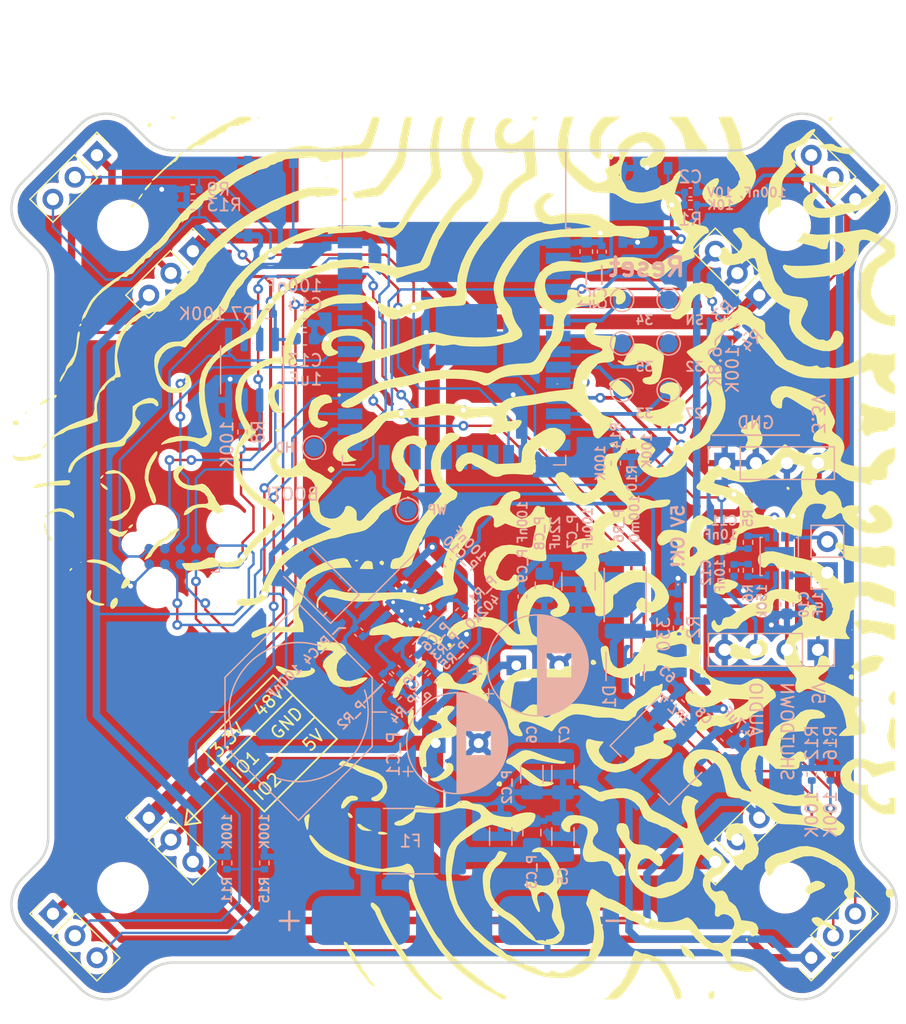
<source format=kicad_pcb>
(kicad_pcb (version 20211014) (generator pcbnew)
  (layers (0 "F.Cu" signal) (31 "B.Cu" signal) (34 "B.Paste" user) (35 "F.Paste" user) (36 "B.SilkS" user "B.Silkscreen") (37 "F.SilkS" user "F.Silkscreen") (38 "B.Mask" user) (39 "F.Mask" user) (44 "Edge.Cuts" user))
  (net 0 "")
  (net 1 "+3V3")
  (net 2 "GND")
  (net 3 "Net-(C2-Pad2)")
  (net 4 "+48V")
  (net 5 "+5V")
  (net 6 "Net-(C11-Pad1)")
  (net 7 "AUDIO")
  (net 8 "Net-(C12-Pad1)")
  (net 9 "VBUS")
  (net 10 "ESP_RX")
  (net 11 "ESP_TX")
  (net 12 "VBUS_SENSE")
  (net 13 "MEM_CLK")
  (net 14 "MEM_SDO")
  (net 15 "MEM_SDI")
  (net 16 "MEM_CS")
  (net 17 "AMP_SD")
  (net 18 "LED_IO_1")
  (net 19 "LED_IO_2")
  (net 20 "LED_IO_3")
  (net 21 "LED_IO_4")
  (net 22 "LED_IO_5")
  (net 23 "LED_IO_6")
  (net 24 "LED_IO_7")
  (net 25 "LED_IO_8")
  (net 26 "Net-(J_SPEAKER1-Pad1)")
  (net 27 "Net-(J_SPEAKER1-Pad2)")
  (net 28 "Net-(LED_PWR1-Pad2)")
  (net 29 "Net-(P_C4-Pad1)")
  (net 30 "Net-(P_C4-Pad2)")
  (net 31 "Net-(P_C5-Pad2)")
  (net 32 "Net-(P_C6-Pad2)")
  (net 33 "Net-(P_C7-Pad2)")
  (net 34 "Net-(P_R1-Pad1)")
  (net 35 "Net-(P_R2-Pad2)")
  (net 36 "Net-(R5-Pad2)")
  (net 37 "Net-(R6-Pad2)")
  (net 38 "Net-(R7-Pad1)")
  (net 39 "Net-(R8-Pad2)")
  (net 40 "Net-(SW2-Pad1)")
  (net 41 "Net-(TP_HD1-Pad1)")
  (net 42 "Net-(TP_IO27-Pad1)")
  (net 43 "Net-(TP_IO32-Pad1)")
  (net 44 "Net-(TP_IO33-Pad1)")
  (net 45 "Net-(TP_IO34-Pad1)")
  (net 46 "Net-(TP_IO35-Pad1)")
  (net 47 "Net-(TP_SENSOR_VN1-Pad1)")
  (net 48 "Net-(TP_WP1-Pad1)")
  (footprint "Connector_PinHeader_2.54mm:PinHeader_1x03_P2.54mm_Vertical" (layer "F.Cu") (at 163.573412 123.985514 135)
    (fp_text reference "J_LED7")
    (fp_text value "Conn_01x03_Female" hide)
  )
  (footprint "Connector_PinHeader_2.54mm:PinHeader_1x03_P2.54mm_Vertical" (layer "F.Cu") (at 109.479743 128.228155 45)
    (fp_text reference "J_LED6")
    (fp_text value "Conn_01x03_Female" hide)
  )
  (footprint "Connector_PinHeader_2.54mm:PinHeader_1x03_P2.54mm_Vertical" (layer "F.Cu") (at 113.071845 66.299743 -45)
    (fp_text reference "J_LED2")
    (fp_text value "Conn_01x03_Female" hide)
  )
  (footprint "Connector_PinHeader_2.54mm:PinHeader_1x03_P2.54mm_Vertical" (layer "F.Cu") (at 171.408155 131.820257 135)
    (fp_text reference "J_LED8")
    (fp_text value "Conn_01x03_Female" hide)
  )
  (footprint "Connector_PinHeader_2.54mm:PinHeader_1x03_P2.54mm_Vertical" (layer "F.Cu") (at 120.906588 74.134486 -45)
    (fp_text reference "J_LED1")
    (fp_text value "Conn_01x03_Female" hide)
  )
  (footprint "Connector_PinHeader_2.54mm:PinHeader_1x03_P2.54mm_Vertical" (layer "F.Cu") (at 117.314486 120.393412 45)
    (fp_text reference "J_LED5")
    (fp_text value "Conn_01x03_Female" hide)
  )
  (footprint "Connector_PinHeader_2.54mm:PinHeader_1x03_P2.54mm_Vertical" (layer "F.Cu") (at 167.165514 77.726588 -135)
    (fp_text reference "J_LED3")
    (fp_text value "Conn_01x03_Female" hide)
  )
  (footprint "Connector_PinHeader_2.54mm:PinHeader_1x03_P2.54mm_Vertical" (layer "F.Cu") (at 175.000257 69.891845 -135)
    (fp_text reference "J_LED4")
    (fp_text value "Conn_01x03_Female" hide)
  )
  (footprint "LOGO" (layer "F.Cu") (at 142.24 99.187 -90)
    (fp_text reference "G***" hide)
    (fp_text value "LOGO" hide)
  )
  (footprint "Connector_PinHeader_2.54mm:PinHeader_1x04_P2.54mm_Vertical" (layer "B.Cu") (at 171.958 106.68 90)
    (fp_text reference "J2" hide)
    (fp_text value "Conn_01x04_Female" hide)
  )
  (footprint "Jmptable_Button_Switch_SMD:SW_SPST_PTS526" (layer "B.Cu") (at 157.861 70.358 -90)
    (fp_text reference "SW1" hide)
    (fp_text value "SW_Push" hide)
  )
  (footprint "Jmptable_Connector:Anchor_Power_2Pad" (layer "B.Cu") (at 142.24 128.778 180)
    (fp_text reference "J_POWER1" hide)
    (fp_text value "Conn_01x02_Female" hide)
  )
  (footprint "Package_DFN_QFN:DFN-8-1EP_3x3mm_P0.65mm_EP1.55x2.4mm" (layer "B.Cu") (at 168.795 99.06 90)
    (fp_text reference "U3" hide)
    (fp_text value "PAM8304" hide)
  )
  (footprint "Resistor_SMD:R_0402_1005Metric" (layer "B.Cu") (at 120.905999 70.358)
    (fp_text reference "R13")
    (fp_text value "100K")
  )
  (footprint "Resistor_SMD:R_0402_1005Metric" (layer "B.Cu") (at 139.7 108.204 45)
    (fp_text reference "P_R3")
    (fp_text value "1kO")
  )
  (footprint "Capacitor_SMD:C_1210_3225Metric" (layer "B.Cu") (at 152.4 101.092 90)
    (fp_text reference "P_C7")
    (fp_text value "100uF")
  )
  (footprint "Capacitor_THT:CP_Radial_D8.0mm_P3.50mm" (layer "B.Cu") (at 140.74 114.3)
    (fp_text reference "P_C1")
    (fp_text value "100uF")
  )
  (footprint "Resistor_SMD:R_0402_1005Metric" (layer "B.Cu") (at 140.462 108.966 45)
    (fp_text reference "P_R5")
    (fp_text value "165")
  )
  (footprint "TestPoint:TestPoint_Pad_D1.5mm" (layer "B.Cu") (at 138.43 95.25 180)
    (fp_text reference "TP_WP1" hide)
    (fp_text value "TestPoint" hide)
  )
  (footprint "Capacitor_SMD:C_0402_1005Metric" (layer "B.Cu") (at 161.544 69.342 180)
    (fp_text reference "C2")
    (fp_text value "100nF, 10V")
  )
  (footprint "Connector_PinHeader_2.54mm:PinHeader_1x04_P2.54mm_Vertical" (layer "B.Cu") (at 164.340238 91.44 -90)
    (fp_text reference "J3" hide)
    (fp_text value "Conn_01x04_Female" hide)
  )
  (footprint "Package_SO:SOIC-8-1EP_3.9x4.9mm_P1.27mm_EP2.29x3mm_ThermalVias" (layer "B.Cu") (at 138.43 103.041381 -135)
    (fp_text reference "U5")
    (fp_text value "MP24971")
  )
  (footprint "TestPoint:TestPoint_Pad_D1.5mm" (layer "B.Cu") (at 155.956 81.661 180)
    (fp_text reference "TP_IO35" hide)
    (fp_text value "TestPoint" hide)
  )
  (footprint "Capacitor_SMD:C_0603_1608Metric" (layer "B.Cu") (at 161.29 110.49 -45)
    (fp_text reference "C9")
    (fp_text value "4.7uF")
  )
  (footprint "Resistor_SMD:R_0402_1005Metric" (layer "B.Cu") (at 172.974 116.84 -90)
    (fp_text reference "R16")
    (fp_text value "100K")
  )
  (footprint "Capacitor_THT:CP_Radial_D8.0mm_P3.50mm" (layer "B.Cu") (at 147.32 107.95)
    (fp_text reference "C4")
    (fp_text value "100uF, 60V" hide)
  )
  (footprint "Capacitor_SMD:C_0402_1005Metric" (layer "B.Cu") (at 164.622238 98.41 180)
    (fp_text reference "C11")
    (fp_text value "10nF")
  )
  (footprint "Resistor_SMD:R_0402_1005Metric" (layer "B.Cu") (at 161.544 70.358)
    (fp_text reference "R1")
    (fp_text value "10K")
  )
  (footprint "Capacitor_SMD:C_0402_1005Metric" (layer "B.Cu") (at 137.499411 108.289411 135)
    (fp_text reference "P_C5")
    (fp_text value "10nF")
  )
  (footprint "RF_Module:ESP32-WROOM-32" (layer "B.Cu") (at 142.24 81.704 180)
    (fp_text reference "U1" hide)
    (fp_text value "ESP32-WROOM-32")
  )
  (footprint "Resistor_SMD:R_2512_6332Metric" (layer "B.Cu") (at 156.21 102.1935 -90)
    (fp_text reference "P_R6")
    (fp_text value "100mO")
  )
  (footprint "Resistor_SMD:R_0402_1005Metric" (layer "B.Cu") (at 165.036955 79.906204 -135)
    (fp_text reference "R3")
    (fp_text value "100K")
  )
  (footprint "Capacitor_SMD:C_0603_1608Metric" (layer "B.Cu") (at 164.465 113.665 135)
    (fp_text reference "C8")
    (fp_text value "4.7uF")
  )
  (footprint "Capacitor_SMD:C_0402_1005Metric" (layer "B.Cu") (at 138.938 107.442 -135)
    (fp_text reference "P_C6")
    (fp_text value "10nF")
  )
  (footprint "TestPoint:TestPoint_Pad_D1.5mm" (layer "B.Cu") (at 159.766 85.471 180)
    (fp_text reference "TP_IO27" hide)
    (fp_text value "TestPoint" hide)
  )
  (footprint "Connector_PinHeader_2.54mm:PinHeader_1x02_P2.54mm_Vertical" (layer "B.Cu") (at 172.722238 100.385)
    (fp_text reference "J_SPEAKER1" hide)
    (fp_text value "Conn_01x02_Female" hide)
  )
  (footprint "MountingHole:MountingHole_3.2mm_M3" (layer "B.Cu") (at 115.193166 126.106834 180)
    (fp_text reference "H3" hide)
    (fp_text value "MountingHole" hide)
  )
  (footprint "Resistor_SMD:R_0402_1005Metric" (layer "B.Cu") (at 123.698 124.079 -90)
    (fp_text reference "R11")
    (fp_text value "100K")
  )
  (footprint "Capacitor_SMD:C_0402_1005Metric" (layer "B.Cu") (at 165.102238 100.188 -90)
    (fp_text reference "C12")
    (fp_text value "10nF")
  )
  (footprint "Capacitor_SMD:C_1206_3216Metric" (layer "B.Cu") (at 151.13 121.92 90)
    (fp_text reference "C5")
    (fp_text value "10uF, 60V")
  )
  (footprint "Resistor_SMD:R_0402_1005Metric" (layer "B.Cu") (at 136.799376 108.986376 -45)
    (fp_text reference "P_R2")
    (fp_text value "1kO")
  )
  (footprint "Capacitor_SMD:C_0402_1005Metric" (layer "B.Cu") (at 141.732 99.568 -45)
    (fp_text reference "P_C10")
    (fp_text value "100nF")
  )
  (footprint "Resistor_SMD:R_0402_1005Metric" (layer "B.Cu") (at 124.968 88.9 90)
    (fp_text reference "R8")
    (fp_text value "100K")
  )
  (footprint "Package_TO_SOT_SMD:SOT-223-3_TabPin2" (layer "B.Cu") (at 158.75 115.57 -135)
    (fp_text reference "U2" hide)
    (fp_text value "ZLDO1117G33TA" hide)
  )
  (footprint "Diode_SMD:D_SMA" (layer "B.Cu") (at 130.919786 100.947786 135)
    (fp_text reference "P_D1")
    (fp_text value "D_Schottky" hide)
  )
  (footprint "Resistor_SMD:R_0402_1005Metric" (layer "B.Cu") (at 156.718 90.424 90)
    (fp_text reference "R10")
    (fp_text value "100K")
  )
  (footprint "Resistor_SMD:R_0402_1005Metric" (layer "B.Cu") (at 142.748 103.632 -135)
    (fp_text reference "P_R1")
    (fp_text value "402kO")
  )
  (footprint "Capacitor_SMD:C_1206_3216Metric" (layer "B.Cu") (at 146.05 121.92 -90)
    (fp_text reference "P_C2")
    (fp_text value "2.2uF")
  )
  (footprint "Jmptable_Inductor_SMD:L_Taiyo-Yuden_NS-125xx" (layer "B.Cu") (at 129.54 111.76 -135)
    (fp_text reference "P_L1" hide)
    (fp_text value "33uH")
  )
  (footprint "Resistor_SMD:R_0402_1005Metric" (layer "B.Cu") (at 155.448 91.44 -90)
    (fp_text reference "R14")
    (fp_text value "100K")
  )
  (footprint "Capacitor_SMD:C_0603_1608Metric" (layer "B.Cu") (at 130.048 81.28)
    (fp_text reference "C13")
    (fp_text value "1uF")
  )
  (footprint "Resistor_SMD:R_0402_1005Metric" (layer "B.Cu") (at 171.45 116.84 -90)
    (fp_text reference "R12")
    (fp_text value "100K")
  )
  (footprint "Capacitor_SMD:C_0805_2012Metric" (layer "B.Cu") (at 149.606 101.412 90)
    (fp_text reference "P_C8")
    (fp_text value "22uF")
  )
  (footprint "Resistor_SMD:R_0402_1005Metric" (layer "B.Cu") (at 126.746 124.079 -90)
    (fp_text reference "R15")
    (fp_text value "100K")
  )
  (footprint "TestPoint:TestPoint_Pad_D1.5mm" (layer "B.Cu") (at 155.956 78.105 180)
    (fp_text reference "TP_IO34" hide)
    (fp_text value "TestPoint" hide)
  )
  (footprint "Connector:Tag-Connect_TC2050-IDC-FP_2x05_P1.27mm_Vertical" (layer "B.Cu") (at 119.888 99.06 180)
    (fp_text reference "J1")
    (fp_text value "Conn_02x05_Counter_Clockwise" hide)
  )
  (footprint "Capacitor_SMD:C_0603_1608Metric" (layer "B.Cu") (at 153.035 74.168 90)
    (fp_text reference "C1")
    (fp_text value "22uF")
  )
  (footprint "MountingHole:MountingHole_3.2mm_M3" (layer "B.Cu") (at 169.286834 72.013166 180)
    (fp_text reference "H2" hide)
    (fp_text value "MountingHole" hide)
  )
  (footprint "LED_SMD:LED_0402_1005Metric_Pad0.77x0.64mm_HandSolder" (layer "B.Cu") (at 160.528 102.616 -90)
    (fp_text reference "LED_PWR1" hide)
    (fp_text value "LED_Small" hide)
  )
  (footprint "TestPoint:TestPoint_Pad_D1.5mm" (layer "B.Cu") (at 130.81 90.17 180)
    (fp_text reference "TP_HD1" hide)
    (fp_text value "TestPoint" hide)
  )
  (footprint "Package_TO_SOT_SMD:SOT-23" (layer "B.Cu") (at 156.21 108.5435 -90)
    (fp_text reference "D1")
    (fp_text value "5.1V")
  )
  (footprint "Fuse:Fuse_2920_7451Metric_Pad2.10x5.45mm_HandSolder" (layer "B.Cu") (at 138.684 122.301)
    (fp_text reference "F1")
    (fp_text value "750mA, 60V")
  )
  (footprint "Resistor_SMD:R_0402_1005Metric" (layer "B.Cu") (at 166.245238 100.188 -90)
    (fp_text reference "R6")
    (fp_text value "150k")
  )
  (footprint "Package_SO:SOIC-8_3.9x4.9mm_P1.27mm" (layer "B.Cu") (at 125.73 83.82 90)
    (fp_text reference "U4" hide)
    (fp_text value "N25Q032A")
  )
  (footprint "Resistor_SMD:R_0402_1005Metric" (layer "B.Cu") (at 166.245238 97.902 90)
    (fp_text reference "R5")
    (fp_text value "150k")
  )
  (footprint "Resistor_SMD:R_0402_1005Metric" (layer "B.Cu") (at 127 79.248)
    (fp_text reference "R7")
    (fp_text value "100K")
  )
  (footprint "Capacitor_SMD:C_0805_2012Metric" (layer "B.Cu") (at 148.59 121.599999 -90)
    (fp_text reference "P_C3")
    (fp_text value "100nF")
  )
  (footprint "Capacitor_SMD:C_1206_3216Metric" (layer "B.Cu") (at 151.13 116.84 -90)
    (fp_text reference "C7")
    (fp_text value "10uF, 60V")
  )
  (footprint "Capacitor_SMD:C_0402_1005Metric" (layer "B.Cu") (at 154.305 74.168 90)
    (fp_text reference "C3")
    (fp_text value "100nF")
  )
  (footprint "Jmptable_Button_Switch_SMD:SW_SPST_PTS526" (layer "B.Cu") (at 127.254 69.85 90)
    (fp_text reference "SW2")
    (fp_text value "SW_Push" hide)
  )
  (footprint "Capacitor_SMD:C_0603_1608Metric" (layer "B.Cu") (at 169.420238 102.982 -90)
    (fp_text reference "C10")
    (fp_text value "1uF")
  )
  (footprint "Capacitor_SMD:C_1206_3216Metric" (layer "B.Cu") (at 148.59 116.84 -90)
    (fp_text reference "C6")
    (fp_text value "10uF, 60V")
  )
  (footprint "MountingHole:MountingHole_3.2mm_M3" (layer "B.Cu") (at 115.193166 72.013166 180)
    (fp_text reference "H1" hide)
    (fp_text value "MountingHole" hide)
  )
  (footprint "Capacitor_SMD:C_0402_1005Metric" (layer "B.Cu") (at 147.828 102.334 90)
    (fp_text reference "P_C9")
    (fp_text value "100nF")
  )
  (footprint "TestPoint:TestPoint_Pad_D1.5mm" (layer "B.Cu") (at 155.956 85.471 180)
    (fp_text reference "TP_IO33" hide)
    (fp_text value "TestPoint" hide)
  )
  (footprint "Resistor_SMD:R_0402_1005Metric" (layer "B.Cu") (at 137.541 110.363 45)
    (fp_text reference "P_R4")
    (fp_text value "100")
  )
  (footprint "Resistor_SMD:R_0402_1005Metric" (layer "B.Cu") (at 165.755376 80.624624 45)
    (fp_text reference "R4")
    (fp_text value "6.8K")
  )
  (footprint "TestPoint:TestPoint_Pad_D1.5mm" (layer "B.Cu") (at 159.766 78.105 180)
    (fp_text reference "TP_SENSOR_VN1" hide)
    (fp_text value "TestPoint" hide)
  )
  (footprint "Capacitor_SMD:C_0402_1005Metric" (layer "B.Cu") (at 134.451411 105.241411 135)
    (fp_text reference "P_C4")
    (fp_text value "100nF")
  )
  (footprint "Capacitor_SMD:C_0402_1005Metric" (layer "B.Cu") (at 130.048 80.01)
    (fp_text reference "C14")
    (fp_text value "100nF")
  )
  (footprint "Resistor_SMD:R_0402_1005Metric" (layer "B.Cu") (at 160.528 104.904 90)
    (fp_text reference "R2")
    (fp_text value "330")
  )
  (footprint "Resistor_SMD:R_0402_1005Metric" (layer "B.Cu") (at 120.904 69.088)
    (fp_text reference "R9")
    (fp_text value "100K")
  )
  (footprint "TestPoint:TestPoint_Pad_D1.5mm" (layer "B.Cu") (at 159.766 81.661 180)
    (fp_text reference "TP_IO32" hide)
    (fp_text value "TestPoint" hide)
  )
  (footprint "MountingHole:MountingHole_3.2mm_M3" (layer "B.Cu") (at 169.286834 126.106834 180)
    (fp_text reference "H4" hide)
    (fp_text value "MountingHole" hide)
  )
  (gr_line (start 153.035 76.835) (end 153.035 75.946) (layer "B.SilkS") (width 0.15))
  (gr_line (start 164.973 81.788) (end 164.973 81.407) (layer "B.SilkS") (width 0.15))
  (gr_line (start 164.338 80.645) (end 163.576 81.407) (layer "B.SilkS") (width 0.15))
  (gr_line (start 154.305 75.311) (end 154.305 76.835) (layer "B.SilkS") (width 0.15))
  (gr_line (start 133.604 101.854) (end 133.858 101.6) (layer "B.SilkS") (width 0.15))
  (gr_line (start 136.398 109.474) (end 134.874 110.998) (layer "B.SilkS") (width 0.15))
  (gr_line (start 131.826 103.632) (end 131.572 103.886) (layer "B.SilkS") (width 0.15))
  (gr_line (start 132.842 104.902) (end 132.334 105.41) (layer "B.SilkS") (width 0.15))
  (gr_line (start 163.322 89.154) (end 170.434 89.154) (layer "B.SilkS") (width 0.15))
  (gr_line (start 163.576 81.407) (end 163.576 81.788) (layer "B.SilkS") (width 0.15))
  (gr_line (start 133.35 104.902) (end 132.842 104.902) (layer "B.SilkS") (width 0.15))
  (gr_line (start 120.459821 119.708395) (end 120.280216 120.965631) (layer "F.SilkS") (width 0.15))
  (gr_line (start 121.537451 120.786026) (end 120.459821 119.708395) (layer "F.SilkS") (width 0.15))
  (gr_line (start 120.280216 120.965631) (end 121.537451 120.786026) (layer "F.SilkS") (width 0.15))
  (gr_line (start 129.080867 110.368929) (end 123.153898 116.295898) (layer "F.SilkS") (width 0.15))
  (gr_poly (pts (xy 127.46442 108.752482) (xy 121.537451 114.679451) (xy 126.746 119.888) (xy 132.672969 113.961031)) (layer "F.SilkS") (width 0.15) (fill none))
  (gr_line (start 123.692713 117.553133) (end 120.280216 120.965631) (layer "F.SilkS") (width 0.15))
  (gr_line (start 130.876918 112.16498) (end 124.949949 118.091949) (layer "F.SilkS") (width 0.15))
  (gr_line (start 165.167103 65.91) (end 119.312897 65.91) (layer "Edge.Cuts") (width 0.2))
  (gr_line (start 177.51132 68.526295) (end 172.773705 63.78868) (layer "Edge.Cuts") (width 0.2))
  (gr_line (start 167.288424 133.08868) (end 168.531064 134.33132) (layer "Edge.Cuts") (width 0.2))
  (gr_arc (start 165.167103 132.21) (mid 166.315154 132.438361) (end 167.288424 133.08868) (layer "Edge.Cuts") (width 0.2))
  (gr_arc (start 168.531064 63.78868) (mid 170.652384 62.91) (end 172.773705 63.78868) (layer "Edge.Cuts") (width 0.2))
  (gr_line (start 108.21132 124.108424) (end 106.96868 125.351064) (layer "Edge.Cuts") (width 0.2))
  (gr_line (start 115.948936 134.33132) (end 117.191576 133.08868) (layer "Edge.Cuts") (width 0.2))
  (gr_line (start 106.96868 129.593705) (end 111.706295 134.33132) (layer "Edge.Cuts") (width 0.2))
  (gr_line (start 172.773705 134.33132) (end 177.51132 129.593705) (layer "Edge.Cuts") (width 0.2))
  (gr_arc (start 109.09 121.987103) (mid 108.861639 123.135154) (end 108.21132 124.108424) (layer "Edge.Cuts") (width 0.2))
  (gr_arc (start 172.773705 134.33132) (mid 170.652384 135.21) (end 168.531064 134.33132) (layer "Edge.Cuts") (width 0.2))
  (gr_arc (start 167.288424 65.03132) (mid 166.315154 65.681639) (end 165.167103 65.91) (layer "Edge.Cuts") (width 0.2))
  (gr_line (start 109.09 76.132897) (end 109.09 121.987103) (layer "Edge.Cuts") (width 0.2))
  (gr_arc (start 111.706295 63.78868) (mid 113.827616 62.91) (end 115.948936 63.78868) (layer "Edge.Cuts") (width 0.2))
  (gr_line (start 111.706295 63.78868) (end 106.96868 68.526295) (layer "Edge.Cuts") (width 0.2))
  (gr_arc (start 175.39 76.132897) (mid 175.618361 74.984846) (end 176.26868 74.011576) (layer "Edge.Cuts") (width 0.2))
  (gr_line (start 177.51132 125.351064) (end 176.26868 124.108424) (layer "Edge.Cuts") (width 0.2))
  (gr_line (start 119.312897 132.21) (end 165.167103 132.21) (layer "Edge.Cuts") (width 0.2))
  (gr_arc (start 176.26868 124.108424) (mid 175.618361 123.135154) (end 175.39 121.987103) (layer "Edge.Cuts") (width 0.2))
  (gr_line (start 175.39 121.987103) (end 175.39 76.132897) (layer "Edge.Cuts") (width 0.2))
  (gr_line (start 176.26868 74.011576) (end 177.51132 72.768936) (layer "Edge.Cuts") (width 0.2))
  (gr_arc (start 177.51132 125.351064) (mid 178.39 127.472385) (end 177.51132 129.593705) (layer "Edge.Cuts") (width 0.2))
  (gr_arc (start 106.96868 129.593705) (mid 106.09 127.472385) (end 106.96868 125.351064) (layer "Edge.Cuts") (width 0.2))
  (gr_arc (start 106.96868 72.768936) (mid 106.09 70.647616) (end 106.96868 68.526295) (layer "Edge.Cuts") (width 0.2))
  (gr_arc (start 108.21132 74.011576) (mid 108.861639 74.984846) (end 109.09 76.132897) (layer "Edge.Cuts") (width 0.2))
  (gr_line (start 117.191576 65.03132) (end 115.948936 63.78868) (layer "Edge.Cuts") (width 0.2))
  (gr_line (start 168.531064 63.78868) (end 167.288424 65.03132) (layer "Edge.Cuts") (width 0.2))
  (gr_arc (start 115.948936 134.33132) (mid 113.827616 135.21) (end 111.706295 134.33132) (layer "Edge.Cuts") (width 0.2))
  (gr_arc (start 177.51132 68.526295) (mid 178.39 70.647616) (end 177.51132 72.768936) (layer "Edge.Cuts") (width 0.2))
  (gr_arc (start 117.191576 133.08868) (mid 118.164846 132.438361) (end 119.312897 132.21) (layer "Edge.Cuts") (width 0.2))
  (gr_line (start 106.96868 72.768936) (end 108.21132 74.011576) (layer "Edge.Cuts") (width 0.2))
  (gr_arc (start 119.312897 65.91) (mid 118.164846 65.681639) (end 117.191576 65.03132) (layer "Edge.Cuts") (width 0.2))
  (gr_text "34" (at 156.972 79.756) (layer "B.SilkS") (effects (font (size 0.75 0.75)) (justify right mirror)))
  (gr_text "SN" (at 161.036 79.756) (layer "B.SilkS") (effects (font (size 0.75 0.75)) (justify right mirror)))
  (gr_text "35" (at 156.972 83.566) (layer "B.SilkS") (effects (font (size 0.75 0.75)) (justify right mirror)))
  (gr_text "32" (at 161.036 83.566) (layer "B.SilkS") (effects (font (size 0.75 0.75)) (justify right mirror)))
  (gr_text "5V OK!" (at 160.528 100.076 90) (layer "B.SilkS") (effects (font (size 1 1) (thickness 0.2)) (justify right mirror)))
  (gr_text "5V" (at 171.958 109.22 270) (layer "B.SilkS") (effects (font (size 1 1)) (justify right mirror)))
  (gr_text "AUDIO" (at 166.878 109.22 270) (layer "B.SilkS") (effects (font (size 1 1)) (justify right mirror)))
  (gr_text "3.3V" (at 171.958 89.154 270) (layer "B.SilkS") (effects (font (size 1 1)) (justify left mirror)))
  (gr_text "+" (at 128.778 128.651) (layer "B.SilkS") (effects (font (size 2 2) (thickness 0.2)) (justify mirror)))
  (gr_text "HD" (at 129.286 90.17) (layer "B.SilkS") (effects (font (size 0.75 0.75)) (justify left mirror)))
  (gr_text "GND" (at 166.878 88.138) (layer "B.SilkS") (effects (font (size 1 1)) (justify mirror)))
  (gr_text "-" (at 155.448 128.651) (layer "B.SilkS") (effects (font (size 2 2) (thickness 0.2)) (justify mirror)))
  (gr_text "SHUTDOWN" (at 169.418 109.22 270) (layer "B.SilkS") (effects (font (size 1 1)) (justify right mirror)))
  (gr_text "BOOT!" (at 131.318 93.98) (layer "B.SilkS") (effects (font (size 1 1)) (justify left mirror)))
  (gr_text "33" (at 156.972 87.376) (layer "B.SilkS") (effects (font (size 0.75 0.75)) (justify right mirror)))
  (gr_text "WP" (at 139.954 95.25) (layer "B.SilkS") (effects (font (size 0.75 0.75)) (justify right mirror)))
  (gr_text "Reset" (at 157.988 75.438) (layer "B.SilkS") (effects (font (size 1.5 1.5) (thickness 0.3)) (justify mirror)))
  (gr_text "27" (at 161.036 87.376) (layer "B.SilkS") (effects (font (size 0.75 0.75)) (justify right mirror)))
  (gr_text "IO2" (at 126.054656 118.783293 45) (layer "F.SilkS") (effects (font (size 1 1)) (justify left)))
  (gr_text "IO1" (at 124.258605 116.987242 45) (layer "F.SilkS") (effects (font (size 1 1)) (justify left)))
  (gr_text "GND" (at 128.576605 112.669241 45) (layer "F.SilkS") (effects (font (size 1 1))))
  (gr_text "48V" (at 127.10521 110.943846 45) (layer "F.SilkS") (effects (font (size 1 1))))
  (gr_text "3.3V" (at 122.53321 115.261847 45) (layer "F.SilkS") (effects (font (size 1 1)) (justify left)))
  (gr_text "5V" (at 130.753656 114.084292 45) (layer "F.SilkS") (effects (font (size 1 1))))
  (segment (start 171.960238 92.961762) (end 170.688 94.234) (width 0.6096) (layer "F.Cu") (net 1))
  (segment (start 110.998 72.136) (end 110.998 80.772) (width 0.6096) (layer "F.Cu") (net 1))
  (segment (start 167.386 103.124) (end 161.798 103.124) (width 0.3048) (layer "F.Cu") (net 1))
  (segment (start 124.841 90.297) (end 124.841 93.98) (width 0.2) (layer "F.Cu") (net 1))
  (segment (start 126.746 76.2) (end 123.444 76.2) (width 0.25) (layer "F.Cu") (net 1))
  (segment (start 125.857 97.028) (end 125.476 97.409) (width 0.2) (layer "F.Cu") (net 1))
  (segment (start 118.872 80.772) (end 110.998 80.772) (width 0.25) (layer "F.Cu") (net 1))
  (segment (start 113.071845 66.299743) (end 114.3 67.527898) (width 0.6096) (layer "F.Cu") (net 1))
  (segment (start 126.619 90.297) (end 124.841 90.297) (width 0.25) (layer "F.Cu") (net 1))
  (segment (start 127.254 89.662) (end 126.619 90.297) (width 0.25) (layer "F.Cu") (net 1))
  (segment (start 125.857 94.996) (end 125.857 97.028) (width 0.2) (layer "F.Cu") (net 1))
  (segment (start 161.798 108.966) (end 161.798 103.124) (width 0.6096) (layer "F.Cu") (net 1))
  (segment (start 125.476 97.409) (end 124.968 97.917) (width 0.2) (layer "F.Cu") (net 1))
  (segment (start 124.968 97.917) (end 124.968 99.06) (width 0.2) (layer "F.Cu") (net 1))
  (segment (start 110.998 80.772) (end 110.998 126.746) (width 0.6096) (layer "F.Cu") (net 1))
  (segment (start 114.3 67.527898) (end 114.3 68.834) (width 0.6096) (layer "F.Cu") (net 1))
  (segment (start 127.254 76.708) (end 126.746 76.2) (width 0.25) (layer "F.Cu") (net 1))
  (segment (start 110.998 126.746) (end 110.236 127.508) (width 0.6096) (layer "F.Cu") (net 1))
  (segment (start 161.798 96.774) (end 161.798 103.124) (width 0.6096) (layer "F.Cu") (net 1))
  (segment (start 110.199898 127.508) (end 109.479743 128.228155) (width 0.6096) (layer "F.Cu") (net 1))
  (segment (start 127.254 78.232) (end 127.254 89.662) (width 0.25) (layer "F.Cu") (net 1))
  (segment (start 110.236 127.508) (end 110.199898 127.508) (width 0.6096) (layer "F.Cu") (net 1))
  (segment (start 170.688 94.234) (end 166.624 94.234) (width 0.6096) (layer "F.Cu") (net 1))
  (segment (start 166.624 94.234) (end 165.354 95.504) (width 0.6096) (layer "F.Cu") (net 1))
  (segment (start 114.3 68.834) (end 110.998 72.136) (width 0.6096) (layer "F.Cu") (net 1))
  (segment (start 171.960238 91.44) (end 171.960238 92.961762) (width 0.6096) (layer "F.Cu") (net 1))
  (segment (start 163.068 95.504) (end 161.798 96.774) (width 0.6096) (layer "F.Cu") (net 1))
  (segment (start 115.062 130.302) (end 111.506 126.746) (width 0.6096) (layer "F.Cu") (net 1))
  (segment (start 123.444 76.2) (end 118.872 80.772) (width 0.25) (layer "F.Cu") (net 1))
  (segment (start 165.354 95.504) (end 163.068 95.504) (width 0.6096) (layer "F.Cu") (net 1))
  (segment (start 166.37 130.302) (end 115.062 130.302) (width 0.6096) (layer "F.Cu") (net 1))
  (segment (start 171.408155 131.820257) (end 167.888257 131.820257) (width 0.6096) (layer "F.Cu") (net 1))
  (segment (start 124.841 93.98) (end 125.857 94.996) (width 0.2) (layer "F.Cu") (net 1))
  (segment (start 167.888257 131.820257) (end 166.37 130.302) (width 0.6096) (layer "F.Cu") (net 1))
  (segment (start 164.211 111.506) (end 161.798 108.966) (width 0.6096) (layer "F.Cu") (net 1))
  (segment (start 111.506 126.746) (end 110.998 126.746) (width 0.6096) (layer "F.Cu") (net 1))
  (segment (start 127.254 78.232) (end 127.254 76.708) (width 0.25) (layer "F.Cu") (net 1))
  (via (at 124.968 99.06) (size 0.8) (drill 0.4) (layers "F.Cu" "B.Cu") (net 1))
  (via (at 167.386 103.124) (size 0.8) (drill 0.4) (layers "F.Cu" "B.Cu") (net 1))
  (via (at 127.254 78.232) (size 0.8) (drill 0.4) (layers "F.Cu" "B.Cu") (net 1))
  (via (at 124.841 90.297) (size 0.8) (drill 0.4) (layers "F.Cu" "B.Cu") (net 1))
  (via (at 164.211 111.506) (size 0.8) (drill 0.4) (layers "F.Cu" "B.Cu") (net 1))
  (segment (start 153.035 74.943) (end 152.811 74.719) (width 0.2) (layer "B.Cu") (net 1))
  (segment (start 162.306 111.506) (end 161.838008 111.038008) (width 0.6096) (layer "B.Cu") (net 1))
  (segment (start 127.635 81.345) (end 129.208 81.345) (width 0.25) (layer "B.Cu") (net 1))
  (segment (start 154.01 74.943) (end 154.305 74.648) (width 0.2) (layer "B.Cu") (net 1))
  (segment (start 170.815 67.945) (end 173.482 70.612) (width 0.3048) (layer "B.Cu") (net 1))
  (segment (start 165.1 70.358) (end 167.513 67.945) (width 0.3048) (layer "B.Cu") (net 1))
  (segment (start 161.838008 112.481992) (end 161.838008 111.038008) (width 0.6096) (layer "B.Cu") (net 1))
  (segment (start 152.811 74.719) (end 150.74 74.719) (width 0.2) (layer "B.Cu") (net 1))
  (segment (start 160.977386 113.342614) (end 156.522614 117.797386) (width 0.6096) (layer "B.Cu") (net 1))
  (segment (start 127.51 79.248) (end 127.51 78.488) (width 0.25) (layer "B.Cu") (net 1))
  (segment (start 168.148 130.302) (end 169.666257 131.820257) (width 0.6096) (layer "B.Cu") (net 1))
  (segment (start 169.666257 131.820257) (end 171.408155 131.820257) (width 0.6096) (layer "B.Cu") (net 1))
  (segment (start 155.067 74.549) (end 154.94 74.676) (width 0.3048) (layer "B.Cu") (net 1))
  (segment (start 171.960238 91.44) (end 173.736 89.664238) (width 0.6096) (layer "B.Cu") (net 1))
  (segment (start 167.386 102.616) (end 167.386 103.124) (width 0.3048) (layer "B.Cu") (net 1))
  (segment (start 129.273 81.28) (end 129.273 80.305) (width 0.25) (layer "B.Cu") (net 1))
  (segment (start 129.208 81.345) (end 129.273 81.28) (width 0.25) (layer "B.Cu") (net 1))
  (segment (start 127.51 78.488) (end 127.254 78.232) (width 0.25) (layer "B.Cu") (net 1))
  (segment (start 124.968 89.41) (end 124.968 90.17) (width 0.2) (layer "B.Cu") (net 1))
  (segment (start 168.47 101.532) (end 167.386 102.616) (width 0.3048) (layer "B.Cu") (net 1))
  (segment (start 161.838008 112.481992) (end 160.977386 113.342614) (width 0.6096) (layer "B.Cu") (net 1))
  (segment (start 155.067 72.644) (end 155.067 74.549) (width 0.3048) (layer "B.Cu") (net 1))
  (segment (start 154.94 74.676) (end 154.333 74.676) (width 0.3048) (layer "B.Cu") (net 1))
  (segment (start 173.482 70.612) (end 174.280102 70.612) (width 0.3048) (layer "B.Cu") (net 1))
  (segment (start 173.736 71.156102) (end 175.000257 69.891845) (width 0.6096) (layer "B.Cu") (net 1))
  (segment (start 124.968 90.17) (end 124.841 90.297) (width 0.2) (layer "B.Cu") (net 1))
  (segment (start 167.513 67.945) (end 170.815 67.945) (width 0.3048) (layer "B.Cu") (net 1))
  (segment (start 129.273 80.305) (end 129.568 80.01) (width 0.25) (layer "B.Cu") (net 1))
  (segment (start 162.054 71.245) (end 161.036 72.263) (width 0.3048) (layer "B.Cu") (net 1))
  (segment (start 122.682 99.949) (end 122.428 99.695) (width 0.2) (layer "B.Cu") (net 1))
  (segment (start 124.968 99.568) (end 124.587 99.949) (width 0.2) (layer "B.Cu") (net 1))
  (segment (start 155.448 72.263) (end 155.067 72.644) (width 0.3048) (layer "B.Cu") (net 1))
  (segment (start 162.054 70.358) (end 162.054 71.245) (width 0.3048) (layer "B.Cu") (net 1))
  (segment (start 156.522614 117.797386) (end 156.522614 129.598614) (width 0.6096) (layer "B.Cu") (net 1))
  (segment (start 162.054 70.358) (end 165.1 70.358) (width 0.3048) (layer "B.Cu") (net 1))
  (segment (start 153.035 74.943) (end 154.01 74.943) (width 0.2) (layer "B.Cu") (net 1))
  (segment (start 157.226 130.302) (end 168.148 130.302) (width 0.6096) (layer "B.Cu") (net 1))
  (segment (start 164.211 111.506) (end 162.306 111.506) (width 0.6096) (layer "B.Cu") (net 1))
  (segment (start 154.333 74.676) (end 154.305 74.648) (width 0.3048) (layer "B.Cu") (net 1))
  (segment (start 127.635 81.345) (end 127.635 79.373) (width 0.25) (layer "B.Cu") (net 1))
  (segment (start 127.635 79.373) (end 127.51 79.248) (width 0.25) (layer "B.Cu") (net 1))
  (segment (start 168.47 100.61) (end 168.47 101.532) (width 0.3048) (layer "B.Cu") (net 1))
  (segment (start 124.587 99.949) (end 122.682 99.949) (width 0.2) (layer "B.Cu") (net 1))
  (segment (start 173.736 89.664238) (end 173.736 71.156102) (width 0.6096) (layer "B.Cu") (net 1))
  (segment (start 161.036 72.263) (end 155.448 72.263) (width 0.3048) (layer "B.Cu") (net 1))
  (segment (start 156.522614 129.598614) (end 157.226 130.302) (width 0.6096) (layer "B.Cu") (net 1))
  (segment (start 174.280102 70.612) (end 175.000257 69.891845) (width 0.3048) (layer "B.Cu") (net 1))
  (segment (start 124.968 99.06) (end 124.968 99.568) (width 0.2) (layer "B.Cu") (net 1))
  (via (at 154.178 72.644) (size 0.8) (drill 0.4) (layers "F.Cu" "B.Cu") (net 2))
  (via (at 165.862 101.854) (size 0.8) (drill 0.4) (layers "F.Cu" "B.Cu") (net 2))
  (via (at 157.988 67.31) (size 0.8) (drill 0.4) (layers "F.Cu" "B.Cu") (net 2))
  (via (at 147.066 85.852) (size 0.8) (drill 0.4) (layers "F.Cu" "B.Cu") (net 2))
  (via (at 165.735 113.665) (size 0.8) (drill 0.4) (layers "F.Cu" "B.Cu") (net 2))
  (via (at 138.684 109.474) (size 0.8) (drill 0.4) (layers "F.Cu" "B.Cu") (net 2))
  (via (at 139.954 80.772) (size 0.8) (drill 0.4) (layers "F.Cu" "B.Cu") (net 2))
  (via (at 123.952 84.582) (size 0.8) (drill 0.4) (layers "F.Cu" "B.Cu") (net 2))
  (via (at 131.826 81.28) (size 0.8) (drill 0.4) (layers "F.Cu" "B.Cu") (net 2))
  (via (at 160.528 100.838) (size 0.8) (drill 0.4) (layers "F.Cu" "B.Cu") (net 2))
  (via (at 118.364 69.088) (size 0.8) (drill 0.4) (layers "F.Cu" "B.Cu") (net 2))
  (via (at 115.824 101.473) (size 0.8) (drill 0.4) (layers "F.Cu" "B.Cu") (net 2))
  (via (at 143.256 105.41) (size 0.8) (drill 0.4) (layers "F.Cu" "B.Cu") (net 2))
  (via (at 157.226 73.406) (size 0.8) (drill 0.4) (layers "F.Cu" "B.Cu") (net 2))
  (via (at 168.148 104.648) (size 0.8) (drill 0.4) (layers "F.Cu" "B.Cu") (net 2))
  (via (at 169.926 95.758) (size 0.8) (drill 0.4) (layers "F.Cu" "B.Cu") (net 2))
  (segment (start 123.825 84.709) (end 123.952 84.582) (width 0.2) (layer "B.Cu") (net 2))
  (segment (start 133.74 73.449) (end 131.529 73.449) (width 0.2) (layer "B.Cu") (net 2))
  (segment (start 165.013008 114.213008) (end 165.186992 114.213008) (width 0.6096) (layer "B.Cu") (net 2))
  (segment (start 154.305 72.771) (end 154.178 72.644) (width 0.2) (layer "B.Cu") (net 2))
  (segment (start 165.102238 101.094238) (end 165.862 101.854) (width 0.3048) (layer "B.Cu") (net 2))
  (segment (start 156.011 67.358) (end 157.94 67.358) (width 0.2) (layer "B.Cu") (net 2))
  (segment (start 131.529 73.449) (end 129.794 75.184) (width 0.2) (layer "B.Cu") (net 2))
  (segment (start 142.387376 104.541376) (end 143.256 105.41) (width 0.2) (layer "B.Cu") (net 2))
  (segment (start 169.12 97.51) (end 169.12 96.564) (width 0.3048) (layer "B.Cu") (net 2))
  (segment (start 169.12 96.564) (end 169.926 95.758) (width 0.3048) (layer "B.Cu") (net 2))
  (segment (start 169.039 103.757) (end 168.148 104.648) (width 0.3048) (layer "B.Cu") (net 2))
  (segment (start 147.955 90.959) (end 147.955 86.741) (width 0.2) (layer "B.Cu") (net 2))
  (segment (start 160.741992 109.941992) (end 160.822008 109.941992) (width 0.6096) (layer "B.Cu") (net 2))
  (segment (start 117.348 99.695) (end 117.348 100.000758) (width 0.2) (layer "B.Cu") (net 2))
  (segment (start 130.823 81.28) (end 131.826 81.28) (width 0.2) (layer "B.Cu") (net 2))
  (segment (start 138.43 102.143355) (end 139.731076 100.842279) (width 0.3048) (layer "B.Cu") (net 2))
  (segment (start 160.528 102.0435) (end 160.528 100.838) (width 0.3048) (layer "B.Cu") (net 2))
  (segment (start 137.838822 108.628822) (end 138.684 109.474) (width 0.3048) (layer "B.Cu") (net 2))
  (segment (start 139.277411 107.102589) (end 142.387376 103.992624) (width 0.2) (layer "B.Cu") (net 2))
  (segment (start 156.011 73.358) (end 157.178 73.358) (width 0.2) (layer "B.Cu") (net 2))
  (segment (start 157.178 73.358) (end 157.226 73.406) (width 0.2) (layer "B.Cu") (net 2))
  (segment (start 116.484879 100.863879) (end 115.875758 101.473) (width 0.2) (layer "B.Cu") (net 2))
  (segment (start 159.351041 111.332943) (end 160.741992 109.941992) (width 0.6096) (layer "B.Cu") (net 2))
  (segment (start 140.131 80.949) (end 143.24 80.949) (width 0.2) (layer "B.Cu") (net 2))
  (segment (start 165.186992 114.213008) (end 165.735 113.665) (width 0.6096) (layer "B.Cu") (net 2))
  (segment (start 157.94 67.358) (end 157.988 67.31) (width 0.2) (layer "B.Cu") (net 2))
  (segment (start 139.954 80.772) (end 140.131 80.949) (width 0.2) (layer "B.Cu") (net 2))
  (segment (start 142.387376 103.992624) (end 142.387376 104.541376) (width 0.2) (layer "B.Cu") (net 2))
  (segment (start 129.794 75.184) (end 126.238 75.184) (width 0.2) (layer "B.Cu") (net 2))
  (segment (start 120.394 69.088) (end 118.364 69.088) (width 0.2) (layer "B.Cu") (net 2))
  (segment (start 138.43 103.041381) (end 138.43 102.143355) (width 0.3048) (layer "B.Cu") (net 2))
  (segment (start 123.825 86.295) (end 123.825 84.709) (width 0.2) (layer "B.Cu") (net 2))
  (segment (start 147.955 86.741) (end 147.066 85.852) (width 0.2) (layer "B.Cu") (net 2))
  (segment (start 169.420238 103.757) (end 169.039 103.757) (width 0.3048) (layer "B.Cu") (net 2))
  (segment (start 159.351041 111.716268) (end 159.351041 111.332943) (width 0.6096) (layer "B.Cu") (net 2))
  (segment (start 117.348 100.000758) (end 116.484879 100.863879) (width 0.2) (layer "B.Cu") (net 2))
  (segment (start 154.305 73.688) (end 154.305 72.771) (width 0.2) (layer "B.Cu") (net 2))
  (segment (start 126.238 75.184) (end 124.714 76.708) (width 0.2) (layer "B.Cu") (net 2))
  (segment (start 115.875758 101.473) (end 115.824 101.473) (width 0.2) (layer "B.Cu") (net 2))
  (segment (start 165.102238 100.668) (end 165.102238 101.094238) (width 0.3048) (layer "B.Cu") (net 2))
  (segment (start 160.782 73.152) (end 160.02 72.39) (width 0.3048) (layer "F.Cu") (net 3))
  (segment (start 160.02 72.39) (end 160.02 70.358) (width 0.3048) (layer "F.Cu") (net 3))
  (via (at 160.02 70.358) (size 0.8) (drill 0.4) (layers "F.Cu" "B.Cu") (net 3))
  (via (at 160.782 73.152) (size 0.8) (drill 0.4) (layers "F.Cu" "B.Cu") (net 3))
  (segment (start 156.083 74.549) (end 158.75 74.549) (width 0.3048) (layer "B.Cu") (net 3))
  (segment (start 158.75 74.549) (end 159.711 73.588) (width 0.3048) (layer "B.Cu") (net 3))
  (segment (start 154.226 75.891) (end 150.838 75.891) (width 0.3048) (layer "B.Cu") (net 3))
  (segment (start 161.034 70.358) (end 161.036 70.358) (width 0.2) (layer "B.Cu") (net 3))
  (segment (start 155.194 75.438) (end 156.083 74.549) (width 0.3048) (layer "B.Cu") (net 3))
  (segment (start 154.741 75.891) (end 155.194 75.438) (width 0.3048) (layer "B.Cu") (net 3))
  (segment (start 159.711 67.358) (end 159.711 69.287) (width 0.2) (layer "B.Cu") (net 3))
  (segment (start 161.034 69.372) (end 161.064 69.342) (width 0.2) (layer "B.Cu") (net 3))
  (segment (start 161.034 70.358) (end 161.034 69.372) (width 0.3048) (layer "B.Cu") (net 3))
  (segment (start 160.02 70.358) (end 161.034 70.358) (width 0.3048) (layer "B.Cu") (net 3))
  (segment (start 159.711 73.588) (end 159.711 73.358) (width 0.3048) (layer "B.Cu") (net 3))
  (segment (start 150.838 75.891) (end 150.74 75.989) (width 0.3048) (layer "B.Cu") (net 3))
  (segment (start 160.576 73.358) (end 160.782 73.152) (width 0.3048) (layer "B.Cu") (net 3))
  (segment (start 161.034 70.358) (end 161.036 70.36) (width 0.2) (layer "B.Cu") (net 3))
  (segment (start 159.766 69.342) (end 159.711 69.287) (width 0.2) (layer "B.Cu") (net 3))
  (segment (start 159.711 73.358) (end 160.576 73.358) (width 0.3048) (layer "B.Cu") (net 3))
  (segment (start 161.064 69.342) (end 159.766 69.342) (width 0.2) (layer "B.Cu") (net 3))
  (segment (start 154.226 75.891) (end 154.741 75.891) (width 0.3048) (layer "B.Cu") (net 3))
  (segment (start 163.573412 123.985514) (end 143.035514 123.985514) (width 1.2192) (layer "F.Cu") (net 4))
  (segment (start 138.345686 74.083686) (end 137.16 72.898) (width 1.2192) (layer "F.Cu") (net 4))
  (segment (start 121.889074 73.152) (end 120.906588 74.134486) (width 1.2192) (layer "F.Cu") (net 4))
  (segment (start 143.035514 123.985514) (end 140.716 121.666) (width 1.2192) (layer "F.Cu") (net 4))
  (segment (start 144.112251 79.901051) (end 138.345686 74.134486) (width 1.2192) (layer "F.Cu") (net 4))
  (segment (start 154.794949 79.901051) (end 164.991051 79.901051) (width 1.2192) (layer "F.Cu") (net 4))
  (segment (start 137.16 72.898) (end 122.174 72.898) (width 1.2192) (layer "F.Cu") (net 4))
  (segment (start 138.345686 74.134486) (end 138.345686 74.083686) (width 1.2192) (layer "F.Cu") (net 4))
  (segment (start 117.314486 120.393412) (end 121.121898 116.586) (width 1.2192) (layer "F.Cu") (net 4))
  (segment (start 167.165514 77.726588) (end 164.991051 79.901051) (width 1.2192) (layer "F.Cu") (net 4))
  (segment (start 123.444 114.3) (end 121.158 116.586) (width 1.2192) (layer "F.Cu") (net 4))
  (segment (start 142.748 100.584) (end 140.462 98.298) (width 1.2192) (layer "F.Cu") (net 4))
  (segment (start 121.121898 116.586) (end 121.158 116.586) (width 1.2192) (layer "F.Cu") (net 4))
  (segment (start 140.208 109.22) (end 140.208 106.426) (width 1.2192) (layer "F.Cu") (net 4))
  (segment (start 140.24 114.3) (end 140.24 112.554) (width 1.2192) (layer "F.Cu") (net 4))
  (segment (start 142.748 103.886) (end 142.748 100.584) (width 1.2192) (layer "F.Cu") (net 4))
  (segment (start 140.74 114.3) (end 123.444 114.3) (width 1.2192) (layer "F.Cu") (net 4))
  (segment (start 140.74 121.642) (end 140.74 114.3) (width 1.2192) (layer "F.Cu") (net 4))
  (segment (start 140.24 112.554) (end 140.208 112.522) (width 1.2192) (layer "F.Cu") (net 4))
  (segment (start 140.462 93.689898) (end 140.462 98.298) (width 1.2192) (layer "F.Cu") (net 4))
  (segment (start 140.462 83.566) (end 144.126949 79.901051) (width 1.2192) (layer "F.Cu") (net 4))
  (segment (start 144.126949 79.901051) (end 154.794949 79.901051) (width 1.2192) (layer "F.Cu") (net 4))
  (segment (start 140.462 93.689898) (end 140.462 83.566) (width 1.2192) (layer "F.Cu") (net 4))
  (segment (start 140.208 106.426) (end 142.748 103.886) (width 1.2192) (layer "F.Cu") (net 4))
  (segment (start 144.126949 79.901051) (end 144.112251 79.901051) (width 1.2192) (layer "F.Cu") (net 4))
  (segment (start 140.208 112.522) (end 140.208 109.22) (width 1.2192) (layer "F.Cu") (net 4))
  (segment (start 140.716 121.666) (end 140.74 121.642) (width 1.2192) (layer "F.Cu") (net 4))
  (segment (start 122.174 72.898) (end 121.92 73.152) (width 1.2192) (layer "F.Cu") (net 4))
  (segment (start 121.92 73.152) (end 121.889074 73.152) (width 1.2192) (layer "F.Cu") (net 4))
  (via (at 140.462 98.298) (size 0.8) (drill 0.4) (layers "F.Cu" "B.Cu") (net 4))
  (segment (start 142.159 122.301) (end 142.159 118.029) (width 1.2192) (layer "B.Cu") (net 4))
  (segment (start 147.525 115.365) (end 148.59 115.365) (width 1.2192) (layer "B.Cu") (net 4))
  (segment (start 144.861 118.029) (end 147.525 115.365) (width 1.2192) (layer "B.Cu") (net 4))
  (segment (start 140.74 114.3) (end 140.74 113.26) (width 0.6096) (layer "B.Cu") (net 4))
  (segment (start 140.74 113.26) (end 146.05 107.95) (width 0.6096) (layer "B.Cu") (net 4))
  (segment (start 138.833051 99.926949) (end 140.462 98.298) (width 0.6096) (layer "B.Cu") (net 4))
  (segment (start 146.05 123.395) (end 143.253 123.395) (width 1.2192) (layer "B.Cu") (net 4))
  (segment (start 138.833051 99.944253) (end 138.833051 99.926949) (width 0.3048) (layer "B.Cu") (net 4))
  (segment (start 146.05 107.95) (end 147.32 107.95) (width 0.6096) (layer "B.Cu") (net 4))
  (segment (start 165.397579 79.54558) (end 165.397579 79.494523) (width 0.2) (layer "B.Cu") (net 4))
  (segment (start 165.397579 79.494523) (end 167.165514 77.726588) (width 0.2) (layer "B.Cu") (net 4))
  (segment (start 142.159 118.029) (end 144.861 118.029) (width 1.2192) (layer "B.Cu") (net 4))
  (segment (start 140.24 116.11) (end 140.24 114.3) (width 1.2192) (layer "B.Cu") (net 4))
  (segment (start 142.159 122.301) (end 142.159 122.001) (width 1.2192) (layer "B.Cu") (net 4))
  (segment (start 151.13 123.395) (end 146.05 123.395) (width 1.2192) (layer "B.Cu") (net 4))
  (segment (start 142.159 118.029) (end 140.24 116.11) (width 1.2192) (layer "B.Cu") (net 4))
  (segment (start 143.253 123.395) (end 142.159 122.301) (width 1.2192) (layer "B.Cu") (net 4))
  (segment (start 151.13 115.365) (end 148.59 115.365) (width 1.2192) (layer "B.Cu") (net 4))
  (segment (start 157.988 128.778) (end 125.699074 128.778) (width 0.6096) (layer "F.Cu") (net 5))
  (segment (start 125.699074 128.778) (end 120.906588 123.985514) (width 0.6096) (layer "F.Cu") (net 5))
  (via (at 157.988 128.778) (size 0.8) (drill 0.4) (layers "F.Cu" "B.Cu") (net 5))
  (segment (start 141.838624 108.605376) (end 140.822624 108.605376) (width 0.3048) (layer "B.Cu") (net 5))
  (segment (start 167.165514 114.139486) (end 167.165514 120.393412) (width 0.6096) (layer "B.Cu") (net 5))
  (segment (start 122.428 98.425) (end 122.682 98.171) (width 0.2) (layer "B.Cu") (net 5))
  (segment (start 162.306 120.65) (end 157.988 124.968) (width 0.6096) (layer "B.Cu") (net 5))
  (segment (start 155.26 107.606) (end 155.26 106.106) (width 0.6096) (layer "B.Cu") (net 5))
  (segment (start 162.052 109.22) (end 167.132 109.22) (width 0.6096) (layer "B.Cu") (net 5))
  (segment (start 157.988 124.968) (end 157.988 128.778) (width 0.6096) (layer "B.Cu") (net 5))
  (segment (start 163.83 119.126) (end 162.306 120.65) (width 0.6096) (layer "B.Cu") (net 5))
  (segment (start 171.196 109.22) (end 171.958 108.458) (width 0.6096) (layer "B.Cu") (net 5))
  (segment (start 142.071411 99.907411) (end 142.154589 99.907411) (width 0.3048) (layer "B.Cu") (net 5))
  (segment (start 169.433238 102.22) (end 170.944238 102.22) (width 0.3048) (layer "B.Cu") (net 5))
  (segment (start 167.132 109.22) (end 167.165514 109.253514) (width 0.6096) (layer "B.Cu") (net 5))
  (segment (start 144.272 106.172) (end 141.838624 108.605376) (width 0.3048) (layer "B.Cu") (net 5))
  (segment (start 167.165514 111.599486) (end 167.165514 112.869486) (width 0.6096) (layer "B.Cu") (net 5))
  (segment (start 141.605 100.711) (end 142.071411 100.244589) (width 0.3048) (layer "B.Cu") (net 5))
  (segment (start 125.857 98.806) (end 125.857 99.695) (width 0.2) (layer "B.Cu") (net 5))
  (segment (start 160.528 105.414) (end 156.468 105.414) (width 0.6096) (layer "B.Cu") (net 5))
  (segment (start 125.222 98.171) (end 125.857 98.806) (width 0.2) (layer "B.Cu") (net 5))
  (segment (start 144.272 102.108) (end 144.272 106.172) (width 0.3048) (layer "B.Cu") (net 5))
  (segment (start 142.071411 99.907411) (end 144.272 102.108) (width 0.3048) (layer "B.Cu") (net 5))
  (segment (start 171.958 103.233762) (end 171.958 106.68) (width 0.3048) (layer "B.Cu") (net 5))
  (segment (start 164.625514 112.869486) (end 164.164498 112.869486) (width 0.6096) (layer "B.Cu") (net 5))
  (segment (start 156.468 105.414) (end 156.21 105.156) (width 0.6096) (layer "B.Cu") (net 5))
  (segment (start 162.052 105.537) (end 162.052 75.655898) (width 0.6096) (layer "B.Cu") (net 5))
  (segment (start 158.496 102.87) (end 156.21 105.156) (width 0.3048) (layer "B.Cu") (net 5))
  (segment (start 171.958 108.458) (end 171.958 106.68) (width 0.6096) (layer "B.Cu") (net 5))
  (segment (start 155.26 106.106) (end 156.21 105.156) (width 0.6096) (layer "B.Cu") (net 5))
  (segment (start 162.052 75.655898) (end 163.573412 74.134486) (width 0.6096) (layer "B.Cu") (net 5))
  (segment (start 165.735 111.76) (end 164.625514 112.869486) (width 0.6096) (layer "B.Cu") (net 5))
  (segment (start 125.476 102.616) (end 124.333 103.759) (width 0.2) (layer "B.Cu") (net 5))
  (segment (start 140.629102 101.740305) (end 140.629102 101.686898) (width 0.3048) (layer "B.Cu") (net 5))
  (segment (start 124.333 103.759) (end 113.03 103.759) (width 0.2) (layer "B.Cu") (net 5))
  (segment (start 167.132 109.22) (end 171.196 109.22) (width 0.6096) (layer "B.Cu") (net 5))
  (segment (start 162.603732 114.968959) (end 162.603732 114.430252) (width 0.6096) (layer "B.Cu") (net 5))
  (segment (start 162.052 109.22) (end 162.052 105.537) (width 0.6096) (layer "B.Cu") (net 5))
  (segment (start 113.03 103.759) (end 113.03 82.011074) (width 0.6096) (layer "B.Cu") (net 5))
  (segment (start 161.929 105.414) (end 160.528 105.414) (width 0.6096) (layer "B.Cu") (net 5))
  (segment (start 142.154589 99.907411) (end 144.272 97.79) (width 0.3048) (layer "B.Cu") (net 5))
  (segment (start 167.165514 120.393412) (end 165.898102 119.126) (width 0.6096) (layer "B.Cu") (net 5))
  (segment (start 142.071411 100.244589) (end 142.071411 99.907411) (width 0.3048) (layer "B.Cu") (net 5))
  (segment (start 167.165514 109.253514) (end 167.165514 111.599486) (width 0.6096) (layer "B.Cu") (net 5))
  (segment (start 113.03 82.011074) (end 117.314486 77.726588) (width 0.6096) (layer "B.Cu") (net 5))
  (segment (start 165.862 119.126) (end 163.83 119.126) (width 0.6096) (layer "B.Cu") (net 5))
  (segment (start 169.12 101.906762) (end 169.12 100.61) (width 0.3048) (layer "B.Cu") (net 5))
  (segment (start 169.420238 102.207) (end 169.12 101.906762) (width 0.3048) (layer "B.Cu") (net 5))
  (segment (start 146.304 94.742) (end 157.988 94.742) (width 0.3048) (layer "B.Cu") (net 5))
  (segment (start 140.822624 108.605376) (end 140.060624 107.843376) (width 0.3048) (layer "B.Cu") (net 5))
  (segment (start 140.629102 101.686898) (end 141.605 100.711) (width 0.3048) (layer "B.Cu") (net 5))
  (segment (start 169.420238 102.207) (end 169.433238 102.22) (width 0.3048) (layer "B.Cu") (net 5))
  (segment (start 162.052 105.537) (end 161.929 105.414) (width 0.6096) (layer "B.Cu") (net 5))
  (segment (start 162.603732 114.430252) (end 163.916992 113.116992) (width 0.6096) (layer "B.Cu") (net 5))
  (segment (start 158.496 95.25) (end 158.496 102.87) (width 0.3048) (layer "B.Cu") (net 5))
  (segment (start 164.164498 112.869486) (end 163.916992 113.116992) (width 0.6096) (layer "B.Cu") (net 5))
  (segment (start 125.857 99.695) (end 125.476 100.076) (width 0.2) (layer "B.Cu") (net 5))
  (segment (start 170.944238 102.22) (end 171.958 103.233762) (width 0.3048) (layer "B.Cu") (net 5))
  (segment (start 125.476 100.076) (end 125.476 102.616) (width 0.2) (layer "B.Cu") (net 5))
  (segment (start 120.906588 123.985514) (end 120.906588 119.890588) (width 0.6096) (layer "B.Cu") (net 5))
  (segment (start 157.988 94.742) (end 158.496 95.25) (width 0.3048) (layer "B.Cu") (net 5))
  (segment (start 144.272 96.774) (end 146.304 94.742) (width 0.3048) (layer "B.Cu") (net 5))
  (segment (start 167.005 111.76) (end 165.735 111.76) (width 0.6096) (layer "B.Cu") (net 5))
  (segment (start 167.165514 112.869486) (end 167.165514 113.825514) (width 0.6096) (layer "B.Cu") (net 5))
  (segment (start 141.605 100.711) (end 141.732 100.584) (width 0.3048) (layer "B.Cu") (net 5))
  (segment (start 167.165514 111.599486) (end 167.005 111.76) (width 0.6096) (layer "B.Cu") (net 5))
  (segment (start 144.272 97.79) (end 144.272 96.774) (width 0.3048) (layer "B.Cu") (net 5))
  (segment (start 122.682 98.171) (end 125.222 98.171) (width 0.2) (layer "B.Cu") (net 5))
  (segment (start 113.03 112.014) (end 113.03 103.759) (width 0.6096) (layer "B.Cu") (net 5))
  (segment (start 120.906588 119.890588) (end 113.03 112.014) (width 0.6096) (layer "B.Cu") (net 5))
  (segment (start 165.898102 119.126) (end 165.862 119.126) (width 0.6096) (layer "B.Cu") (net 5))
  (segment (start 167.165514 113.825514) (end 167.165514 114.139486) (width 0.6096) (layer "B.Cu") (net 5))
  (segment (start 165.102238 98.41) (end 166.243238 98.41) (width 0.3048) (layer "B.Cu") (net 6))
  (segment (start 166.243238 98.41) (end 166.245238 98.412) (width 0.3048) (layer "B.Cu") (net 6))
  (segment (start 152.908 87.122) (end 153.416 87.63) (width 0.2) (layer "F.Cu") (net 7))
  (segment (start 161.798 94.234) (end 164.084 94.234) (width 0.2) (layer "F.Cu") (net 7))
  (segment (start 155.194 87.63) (end 161.798 94.234) (width 0.2) (layer "F.Cu") (net 7))
  (segment (start 153.416 87.63) (end 155.194 87.63) (width 0.2) (layer "F.Cu") (net 7))
  (segment (start 152.908 84.836) (end 152.908 87.122) (width 0.2) (layer "F.Cu") (net 7))
  (via (at 152.908 84.836) (size 0.8) (drill 0.4) (layers "F.Cu" "B.Cu") (net 7))
  (via (at 164.084 94.234) (size 0.8) (drill 0.4) (layers "F.Cu" "B.Cu") (net 7))
  (segment (start 166.878 104.249762) (end 166.878 106.68) (width 0.3048) (layer "B.Cu") (net 7))
  (segment (start 164.142238 98.41) (end 164.142238 101.514) (width 0.3048) (layer "B.Cu") (net 7))
  (segment (start 150.74 84.879) (end 152.865 84.879) (width 0.2) (layer "B.Cu") (net 7))
  (segment (start 164.084 98.351762) (end 164.142238 98.41) (width 0.2) (layer "B.Cu") (net 7))
  (segment (start 152.865 84.879) (end 152.908 84.836) (width 0.2) (layer "B.Cu") (net 7))
  (segment (start 164.084 94.234) (end 164.084 98.351762) (width 0.2) (layer "B.Cu") (net 7))
  (segment (start 164.142238 101.514) (end 166.878 104.249762) (width 0.3048) (layer "B.Cu") (net 7))
  (segment (start 166.243238 99.68) (end 166.245238 99.678) (width 0.3048) (layer "B.Cu") (net 8))
  (segment (start 165.074238 99.68) (end 166.243238 99.68) (width 0.3048) (layer "B.Cu") (net 8))
  (segment (start 135.209 128.189) (end 134.62 128.778) (width 1.2192) (layer "B.Cu") (net 9))
  (segment (start 135.209 122.301) (end 135.209 128.189) (width 1.2192) (layer "B.Cu") (net 9))
  (segment (start 129.286 104.14) (end 126.492 106.934) (width 0.2) (layer "F.Cu") (net 10))
  (segment (start 123.952 106.934) (end 121.158 104.14) (width 0.2) (layer "F.Cu") (net 10))
  (segment (start 121.158 104.14) (end 121.158 101.092) (width 0.2) (layer "F.Cu") (net 10))
  (segment (start 126.492 106.934) (end 123.952 106.934) (width 0.2) (layer "F.Cu") (net 10))
  (segment (start 129.286 78.486) (end 129.286 104.14) (width 0.2) (layer "F.Cu") (net 10))
  (via (at 121.158 101.092) (size 0.8) (drill 0.4) (layers "F.Cu" "B.Cu") (net 10))
  (via (at 129.286 78.486) (size 0.8) (drill 0.4) (layers "F.Cu" "B.Cu") (net 10))
  (segment (start 129.329 78.529) (end 129.286 78.486) (width 0.2) (layer "B.Cu") (net 10))
  (segment (start 133.74 78.529) (end 129.329 78.529) (width 0.2) (layer "B.Cu") (net 10))
  (segment (start 121.158 101.092) (end 121.158 99.695) (width 0.2) (layer "B.Cu") (net 10))
  (segment (start 128.27 103.632) (end 126.238 105.664) (width 0.2) (layer "F.Cu") (net 11))
  (segment (start 128.27 77.216) (end 128.27 103.632) (width 0.2) (layer "F.Cu") (net 11))
  (segment (start 124.46 105.918) (end 122.682 104.14) (width 0.2) (layer "F.Cu") (net 11))
  (segment (start 122.682 104.14) (end 121.92 103.378) (width 0.2) (layer "F.Cu") (net 11))
  (segment (start 125.984 105.918) (end 124.46 105.918) (width 0.2) (layer "F.Cu") (net 11))
  (segment (start 121.92 103.378) (end 121.92 102.87) (width 0.2) (layer "F.Cu") (net 11))
  (segment (start 126.238 105.664) (end 125.984 105.918) (width 0.2) (layer "F.Cu") (net 11))
  (via (at 121.92 102.87) (size 0.8) (drill 0.4) (layers "F.Cu" "B.Cu") (net 11))
  (via (at 128.27 77.216) (size 0.8) (drill 0.4) (layers "F.Cu" "B.Cu") (net 11))
  (segment (start 121.666 102.87) (end 120.396 101.6) (width 0.2) (layer "B.Cu") (net 11))
  (segment (start 120.396 100.203) (end 119.888 99.695) (width 0.2) (layer "B.Cu") (net 11))
  (segment (start 120.396 101.6) (end 120.396 100.203) (width 0.2) (layer "B.Cu") (net 11))
  (segment (start 121.92 102.87) (end 121.666 102.87) (width 0.2) (layer "B.Cu") (net 11))
  (segment (start 133.74 77.259) (end 128.313 77.259) (width 0.2) (layer "B.Cu") (net 11))
  (segment (start 128.313 77.259) (end 128.27 77.216) (width 0.2) (layer "B.Cu") (net 11))
  (segment (start 119.634 104.648) (end 119.634 102.87) (width 0.2) (layer "F.Cu") (net 12))
  (segment (start 152.654 77.216) (end 162.306 77.216) (width 0.2) (layer "F.Cu") (net 12))
  (segment (start 162.306 77.216) (end 163.322 78.232) (width 0.2) (layer "F.Cu") (net 12))
  (via (at 119.634 102.87) (size 0.8) (drill 0.4) (layers "F.Cu" "B.Cu") (net 12))
  (via (at 152.654 77.216) (size 0.8) (drill 0.4) (layers "F.Cu" "B.Cu") (net 12))
  (via (at 163.322 78.232) (size 0.8) (drill 0.4) (layers "F.Cu" "B.Cu") (net 12))
  (via (at 119.634 104.648) (size 0.8) (drill 0.4) (layers "F.Cu" "B.Cu") (net 12))
  (segment (start 150.783 77.216) (end 150.74 77.259) (width 0.2) (layer "B.Cu") (net 12))
  (segment (start 163.322 78.912497) (end 163.322 78.232) (width 0.2) (layer "B.Cu") (net 12))
  (segment (start 137.16 87.376) (end 135.636 88.9) (width 0.2) (layer "B.Cu") (net 12))
  (segment (start 125.984 100.584) (end 125.984 102.87) (width 0.2) (layer "B.Cu") (net 12))
  (segment (start 125.984 102.87) (end 124.206 104.648) (width 0.2) (layer "B.Cu") (net 12))
  (segment (start 165.394751 80.985249) (end 164.676331 80.266828) (width 0.2) (layer "B.Cu") (net 12))
  (segment (start 126.492 100.076) (end 125.984 100.584) (width 0.2) (layer "B.Cu") (net 12))
  (segment (start 133.096 91.948) (end 126.492 98.552) (width 0.2) (layer "B.Cu") (net 12))
  (segment (start 136.906 78.232) (end 136.906 79.248) (width 0.2) (layer "B.Cu") (net 12))
  (segment (start 135.636 90.932) (end 134.62 91.948) (width 0.2) (layer "B.Cu") (net 12))
  (segment (start 135.636 88.9) (end 135.636 90.932) (width 0.2) (layer "B.Cu") (net 12))
  (segment (start 150.74 77.259) (end 137.879 77.259) (width 0.2) (layer "B.Cu") (net 12))
  (segment (start 119.634 100.711) (end 118.618 99.695) (width 0.2) (layer "B.Cu") (net 12))
  (segment (start 126.492 98.552) (end 126.492 100.076) (width 0.2) (layer "B.Cu") (net 12))
  (segment (start 164.676331 80.266828) (end 163.322 78.912497) (width 0.2) (layer "B.Cu") (net 12))
  (segment (start 124.206 104.648) (end 119.634 104.648) (width 0.2) (layer "B.Cu") (net 12))
  (segment (start 119.634 102.87) (end 119.634 100.711) (width 0.2) (layer "B.Cu") (net 12))
  (segment (start 137.879 77.259) (end 136.906 78.232) (width 0.2) (layer "B.Cu") (net 12))
  (segment (start 152.654 77.216) (end 150.783 77.216) (width 0.2) (layer "B.Cu") (net 12))
  (segment (start 136.906 79.248) (end 137.16 79.502) (width 0.2) (layer "B.Cu") (net 12))
  (segment (start 137.16 79.502) (end 137.16 87.376) (width 0.2) (layer "B.Cu") (net 12))
  (segment (start 134.62 91.948) (end 133.096 91.948) (width 0.2) (layer "B.Cu") (net 12))
  (segment (start 124.714 79.756) (end 125.095 80.137) (width 0.2) (layer "B.Cu") (net 13))
  (segment (start 118.999 83.947) (end 123.19 79.756) (width 0.2) (layer "B.Cu") (net 13))
  (segment (start 123.4665 83.6295) (end 122.4915 83.6295) (width 0.2) (layer "B.Cu") (net 13))
  (segment (start 133.74 83.609) (end 123.487 83.609) (width 0.2) (layer "B.Cu") (net 13))
  (segment (start 123.487 83.609) (end 123.4665 83.6295) (width 0.2) (layer "B.Cu") (net 13))
  (segment (start 115.57 99.06) (end 114.935 98.425) (width 0.2) (layer "B.Cu") (net 13))
  (segment (start 117.348 98.425) (end 116.713 99.06) (width 0.2) (layer "B.Cu") (net 13))
  (segment (start 118.999 87.122) (end 118.999 83.947) (width 0.2) (layer "B.Cu") (net 13))
  (segment (start 116.713 99.06) (end 115.57 99.06) (width 0.2) (layer "B.Cu") (net 13))
  (segment (start 123.19 79.756) (end 124.714 79.756) (width 0.2) (layer "B.Cu") (net 13))
  (segment (start 125.095 80.137) (end 125.095 81.345) (width 0.2) (layer "B.Cu") (net 13))
  (segment (start 114.935 98.425) (end 114.935 91.186) (width 0.2) (layer "B.Cu") (net 13))
  (segment (start 118.999 87.122) (end 122.4915 83.6295) (width 0.2) (layer "B.Cu") (net 13))
  (segment (start 114.935 91.186) (end 118.999 87.122) (width 0.2) (layer "B.Cu") (net 13))
  (segment (start 120.777 91.186) (end 118.999 91.186) (width 0.2) (layer "F.Cu") (net 14))
  (segment (start 126.238 77.216) (end 126.238 84.582) (width 0.2) (layer "F.Cu") (net 14))
  (via (at 120.777 91.186) (size 0.8) (drill 0.4) (layers "F.Cu" "B.Cu") (net 14))
  (via (at 126.238 84.582) (size 0.8) (drill 0.4) (layers "F.Cu" "B.Cu") (net 14))
  (via (at 118.999 91.186) (size 0.8) (drill 0.4) (layers "F.Cu" "B.Cu") (net 14))
  (via (at 126.238 77.216) (size 0.8) (drill 0.4) (layers "F.Cu" "B.Cu") (net 14))
  (segment (start 133.74 74.719) (end 132.037 74.719) (width 0.2) (layer "B.Cu") (net 14))
  (segment (start 119.761 97.282) (end 118.618 98.425) (width 0.2) (layer "B.Cu") (net 14))
  (segment (start 132.037 74.719) (end 130.556 76.2) (width 0.2) (layer "B.Cu") (net 14))
  (segment (start 118.999 94.996) (end 119.761 95.758) (width 0.2) (layer "B.Cu") (net 14))
  (segment (start 126.746 76.2) (end 126.238 76.708) (width 0.2) (layer "B.Cu") (net 14))
  (segment (start 126.365 84.709) (end 126.238 84.582) (width 0.2) (layer "B.Cu") (net 14))
  (segment (start 130.556 76.2) (end 126.746 76.2) (width 0.2) (layer "B.Cu") (net 14))
  (segment (start 119.761 95.758) (end 119.761 97.282) (width 0.2) (layer "B.Cu") (net 14))
  (segment (start 126.365 86.295) (end 126.365 84.709) (width 0.2) (layer "B.Cu") (net 14))
  (segment (start 118.999 91.186) (end 118.999 94.996) (width 0.2) (layer "B.Cu") (net 14))
  (segment (start 125.603 91.186) (end 120.777 91.186) (width 0.2) (layer "B.Cu") (net 14))
  (segment (start 126.238 76.708) (end 126.238 77.216) (width 0.2) (layer "B.Cu") (net 14))
  (segment (start 126.365 90.424) (end 125.603 91.186) (width 0.2) (layer "B.Cu") (net 14))
  (segment (start 126.365 86.295) (end 126.365 90.424) (width 0.2) (layer "B.Cu") (net 14))
  (segment (start 119.888 84.963) (end 119.888 87.63) (width 0.2) (layer "F.Cu") (net 15))
  (via (at 119.888 84.963) (size 0.8) (drill 0.4) (layers "F.Cu" "B.Cu") (net 15))
  (via (at 119.888 87.63) (size 0.8) (drill 0.4) (layers "F.Cu" "B.Cu") (net 15))
  (segment (start 119.888 98.044) (end 120.523 97.409) (width 0.2) (layer "B.Cu") (net 15))
  (segment (start 120.523 97.409) (end 120.523 92.71) (width 0.2) (layer "B.Cu") (net 15))
  (segment (start 119.888 98.425) (end 119.888 98.044) (width 0.2) (layer "B.Cu") (net 15))
  (segment (start 131.572 83.058) (end 124.46 83.058) (width 0.2) (layer "B.Cu") (net 15))
  (segment (start 124.079 82.677) (end 123.825 82.423) (width 0.2) (layer "B.Cu") (net 15))
  (segment (start 122.174 82.677) (end 119.888 84.963) (width 0.2) (layer "B.Cu") (net 15))
  (segment (start 132.291 82.339) (end 131.572 83.058) (width 0.2) (layer "B.Cu") (net 15))
  (segment (start 124.079 82.677) (end 122.174 82.677) (width 0.2) (layer "B.Cu") (net 15))
  (segment (start 133.74 82.339) (end 132.291 82.339) (width 0.2) (layer "B.Cu") (net 15))
  (segment (start 120.523 92.71) (end 119.888 92.075) (width 0.2) (layer "B.Cu") (net 15))
  (segment (start 124.46 83.058) (end 124.079 82.677) (width 0.2) (layer "B.Cu") (net 15))
  (segment (start 123.825 82.423) (end 123.825 81.345) (width 0.2) (layer "B.Cu") (net 15))
  (segment (start 119.888 92.075) (end 119.888 87.63) (width 0.2) (layer "B.Cu") (net 15))
  (segment (start 121.158 92.71) (end 121.92 91.948) (width 0.2) (layer "B.Cu") (net 16))
  (segment (start 133.74 84.879) (end 127.973 84.879) (width 0.2) (layer "B.Cu") (net 16))
  (segment (start 125.857 91.948) (end 127.635 90.17) (width 0.2) (layer "B.Cu") (net 16))
  (segment (start 127.973 84.879) (end 127.635 85.217) (width 0.2) (layer "B.Cu") (net 16))
  (segment (start 121.158 98.425) (end 121.158 92.71) (width 0.2) (layer "B.Cu") (net 16))
  (segment (start 127.635 90.17) (end 127.635 86.295) (width 0.2) (layer "B.Cu") (net 16))
  (segment (start 127.635 85.217) (end 127.635 86.295) (width 0.2) (layer "B.Cu") (net 16))
  (segment (start 121.92 91.948) (end 125.857 91.948) (width 0.2) (layer "B.Cu") (net 16))
  (segment (start 169.418 96.883762) (end 169.418 106.68) (width 0.3048) (layer "F.Cu") (net 17))
  (segment (start 155.448 86.106) (end 162.56 93.218) (width 0.3048) (layer "F.Cu") (net 17))
  (segment (start 162.56 93.218) (end 164.338 93.218) (width 0.3048) (layer "F.Cu") (net 17))
  (segment (start 164.338 93.218) (end 165.1 93.98) (width 0.3048) (layer "F.Cu") (net 17))
  (segment (start 168.404238 95.87) (end 169.418 96.883762) (width 0.3048) (layer "F.Cu") (net 17))
  (segment (start 154.178 86.106) (end 155.448 86.106) (width 0.3048) (layer "F.Cu") (net 17))
  (via (at 168.404238 95.87) (size 0.8) (drill 0.4) (layers "F.Cu" "B.Cu") (net 17))
  (via (at 154.178 86.106) (size 0.8) (drill 0.4) (layers "F.Cu" "B.Cu") (net 17))
  (via (at 165.1 93.98) (size 0.8) (drill 0.4) (layers "F.Cu" "B.Cu") (net 17))
  (segment (start 168.47 95.935762) (end 168.404238 95.87) (width 0.3048) (layer "B.Cu") (net 17))
  (segment (start 166.99 95.87) (end 165.1 93.98) (width 0.3048) (layer "B.Cu") (net 17))
  (segment (start 168.404238 95.87) (end 166.99 95.87) (width 0.3048) (layer "B.Cu") (net 17))
  (segment (start 168.47 97.51) (end 168.47 95.935762) (width 0.3048) (layer "B.Cu") (net 17))
  (segment (start 154.178 86.106) (end 150.783 86.106) (width 0.3048) (layer "B.Cu") (net 17))
  (segment (start 150.783 86.106) (end 150.74 86.149) (width 0.3048) (layer "B.Cu") (net 17))
  (segment (start 136.652 74.422) (end 138.938 76.708) (width 0.2) (layer "F.Cu") (net 18))
  (segment (start 138.938 76.708) (end 138.938 78.74) (width 0.2) (layer "F.Cu") (net 18))
  (segment (start 127.254 74.422) (end 136.652 74.422) (width 0.2) (layer "F.Cu") (net 18))
  (via (at 138.938 78.74) (size 0.8) (drill 0.4) (layers "F.Cu" "B.Cu") (net 18))
  (via (at 127.254 74.422) (size 0.8) (drill 0.4) (layers "F.Cu" "B.Cu") (net 18))
  (segment (start 148.844 85.598) (end 147.574 84.328) (width 0.2) (layer "B.Cu") (net 18))
  (segment (start 138.938 83.566) (end 138.938 78.74) (width 0.2) (layer "B.Cu") (net 18))
  (segment (start 121.388206 68.095794) (end 111.275794 68.095794) (width 0.2) (layer "B.Cu") (net 18))
  (segment (start 139.7 84.328) (end 138.938 83.566) (width 0.2) (layer "B.Cu") (net 18))
  (segment (start 121.414 68.121588) (end 121.388206 68.095794) (width 0.2) (layer "B.Cu") (net 18))
  (segment (start 127.254 74.422) (end 127.254 72.644) (width 0.2) (layer "B.Cu") (net 18))
  (segment (start 150.74 89.959) (end 149.395 89.959) (width 0.2) (layer "B.Cu") (net 18))
  (segment (start 148.844 89.408) (end 148.844 85.598) (width 0.2) (layer "B.Cu") (net 18))
  (segment (start 127.254 72.644) (end 122.705794 68.095794) (width 0.2) (layer "B.Cu") (net 18))
  (segment (start 147.574 84.328) (end 139.7 84.328) (width 0.2) (layer "B.Cu") (net 18))
  (segment (start 149.395 89.959) (end 148.844 89.408) (width 0.2) (layer "B.Cu") (net 18))
  (segment (start 121.414 69.088) (end 121.414 68.121588) (width 0.2) (layer "B.Cu") (net 18))
  (segment (start 122.705794 68.095794) (end 121.388206 68.095794) (width 0.2) (layer "B.Cu") (net 18))
  (segment (start 135.89 75.438) (end 125.984 75.438) (width 0.2) (layer "F.Cu") (net 19))
  (segment (start 125.984 75.438) (end 124.968 74.422) (width 0.2) (layer "F.Cu") (net 19))
  (segment (start 137.668 77.216) (end 135.89 75.438) (width 0.2) (layer "F.Cu") (net 19))
  (segment (start 137.668 78.74) (end 137.668 77.216) (width 0.2) (layer "F.Cu") (net 19))
  (via (at 137.668 78.74) (size 0.8) (drill 0.4) (layers "F.Cu" "B.Cu") (net 19))
  (via (at 124.968 74.422) (size 0.8) (drill 0.4) (layers "F.Cu" "B.Cu") (net 19))
  (segment (start 109.479743 72.141743) (end 109.479743 69.891845) (width 0.2) (layer "B.Cu") (net 19))
  (segment (start 121.415999 71.370001) (end 121.412 71.374) (width 0.2) (layer "B.Cu") (net 19))
  (segment (start 144.272 85.344) (end 146.685 87.757) (width 0.2) (layer "B.Cu") (net 19))
  (segment (start 137.668 83.566) (end 139.446 85.344) (width 0.2) (layer "B.Cu") (net 19))
  (segment (start 121.412 71.374) (end 120.904 71.374) (width 0.2) (layer "B.Cu") (net 19))
  (segment (start 121.92 71.374) (end 121.412 71.374) (width 0.2) (layer "B.Cu") (net 19))
  (segment (start 139.446 85.344) (end 144.272 85.344) (width 0.2) (layer "B.Cu") (net 19))
  (segment (start 115.824 76.454) (end 113.792 76.454) (width 0.2) (layer "B.Cu") (net 19))
  (segment (start 146.685 87.757) (end 146.685 90.959) (width 0.2) (layer "B.Cu") (net 19))
  (segment (start 120.904 71.374) (end 115.824 76.454) (width 0.2) (layer "B.Cu") (net 19))
  (segment (start 124.968 74.422) (end 121.92 71.374) (width 0.2) (layer "B.Cu") (net 19))
  (segment (start 137.668 78.74) (end 137.668 83.566) (width 0.2) (layer "B.Cu") (net 19))
  (segment (start 113.792 76.454) (end 109.479743 72.141743) (width 0.2) (layer "B.Cu") (net 19))
  (segment (start 121.415999 70.358) (end 121.415999 71.370001) (width 0.2) (layer "B.Cu") (net 19))
  (segment (start 173.482 70.866) (end 172.72 70.104) (width 0.2) (layer "F.Cu") (net 20))
  (segment (start 172.72 68.58) (end 173.204206 68.095794) (width 0.2) (layer "F.Cu") (net 20))
  (segment (start 172.72 70.104) (end 172.72 69.342) (width 0.2) (layer "F.Cu") (net 20))
  (segment (start 172.72 69.596) (end 172.72 68.58) (width 0.2) (layer "F.Cu") (net 20))
  (segment (start 173.482 75.946) (end 173.482 70.866) (width 0.2) (layer "F.Cu") (net 20))
  (segment (start 160.782 88.646) (end 173.482 75.946) (width 0.2) (layer "F.Cu") (net 20))
  (via (at 160.782 88.646) (size 0.8) (drill 0.4) (layers "F.Cu" "B.Cu") (net 20))
  (segment (start 156.718 89.914) (end 156.718 88.732) (width 0.2) (layer "B.Cu") (net 20))
  (segment (start 160.739 88.689) (end 160.782 88.646) (width 0.2) (layer "B.Cu") (net 20))
  (segment (start 156.718 88.732) (end 156.675 88.689) (width 0.2) (layer "B.Cu") (net 20))
  (segment (start 150.74 88.689) (end 156.675 88.689) (width 0.2) (layer "B.Cu") (net 20))
  (segment (start 156.675 88.689) (end 160.739 88.689) (width 0.2) (layer "B.Cu") (net 20))
  (segment (start 171.408155 70.062155) (end 172.72 71.374) (width 0.2) (layer "F.Cu") (net 21))
  (segment (start 159.766 88.9) (end 160.782 89.916) (width 0.2) (layer "F.Cu") (net 21))
  (segment (start 159.766 87.884) (end 159.766 88.9) (width 0.2) (layer "F.Cu") (net 21))
  (segment (start 171.408155 66.299743) (end 171.408155 70.062155) (width 0.2) (layer "F.Cu") (net 21))
  (segment (start 172.72 71.374) (end 172.72 74.93) (width 0.2) (layer "F.Cu") (net 21))
  (segment (start 172.72 74.93) (end 159.766 87.884) (width 0.2) (layer "F.Cu") (net 21))
  (via (at 160.782 89.916) (size 0.8) (drill 0.4) (layers "F.Cu" "B.Cu") (net 21))
  (segment (start 137.795 92.837) (end 138.176 93.218) (width 0.2) (layer "B.Cu") (net 21))
  (segment (start 137.795 90.959) (end 137.795 92.837) (width 0.2) (layer "B.Cu") (net 21))
  (segment (start 155.448 91.95) (end 155.448 93.218) (width 0.2) (layer "B.Cu") (net 21))
  (segment (start 155.448 93.218) (end 157.48 93.218) (width 0.2) (layer "B.Cu") (net 21))
  (segment (start 138.176 93.218) (end 155.448 93.218) (width 0.2) (layer "B.Cu") (net 21))
  (segment (start 157.48 93.218) (end 160.782 89.916) (width 0.2) (layer "B.Cu") (net 21))
  (segment (start 127.508 103.124) (end 127.508 94.234) (width 0.2) (layer "F.Cu") (net 22))
  (via (at 127.508 94.234) (size 0.8) (drill 0.4) (layers "F.Cu" "B.Cu") (net 22))
  (via (at 127.508 103.124) (size 0.8) (drill 0.4) (layers "F.Cu" "B.Cu") (net 22))
  (segment (start 124.712 124.589) (end 124.714 124.587) (width 0.2) (layer "B.Cu") (net 22))
  (segment (start 123.19 128.778) (end 112.522 128.778) (width 0.2) (layer "B.Cu") (net 22))
  (segment (start 121.158 116.586) (end 124.714 120.142) (width 0.2) (layer "B.Cu") (net 22))
  (segment (start 127.508 107.95) (end 121.158 114.3) (width 0.2) (layer "B.Cu") (net 22))
  (segment (start 129.032 89.408) (end 129.032 92.456) (width 0.2) (layer "B.Cu") (net 22))
  (segment (start 127.508 103.124) (end 127.508 107.95) (width 0.2) (layer "B.Cu") (net 22))
  (segment (start 121.158 114.3) (end 121.158 116.586) (width 0.2) (layer "B.Cu") (net 22))
  (segment (start 128.27 93.218) (end 127.508 93.98) (width 0.2) (layer "B.Cu") (net 22))
  (segment (start 124.714 127.254) (end 123.19 128.778) (width 0.2) (layer "B.Cu") (net 22))
  (segment (start 124.714 124.587) (end 124.714 127.254) (width 0.2) (layer "B.Cu") (net 22))
  (segment (start 123.698 124.589) (end 124.712 124.589) (width 0.2) (layer "B.Cu") (net 22))
  (segment (start 129.032 92.456) (end 128.27 93.218) (width 0.2) (layer "B.Cu") (net 22))
  (segment (start 124.714 120.142) (end 124.714 124.587) (width 0.2) (layer "B.Cu") (net 22))
  (segment (start 133.74 87.419) (end 131.021 87.419) (width 0.2) (layer "B.Cu") (net 22))
  (segment (start 112.522 128.778) (end 111.275794 130.024206) (width 0.2) (layer "B.Cu") (net 22))
  (segment (start 127.508 93.98) (end 127.508 94.234) (width 0.2) (layer "B.Cu") (net 22))
  (segment (start 131.021 87.419) (end 129.032 89.408) (width 0.2) (layer "B.Cu") (net 22))
  (segment (start 126.746 102.108) (end 126.746 93.472) (width 0.2) (layer "F.Cu") (net 23))
  (via (at 126.746 102.108) (size 0.8) (drill 0.4) (layers "F.Cu" "B.Cu") (net 23))
  (via (at 126.746 93.472) (size 0.8) (drill 0.4) (layers "F.Cu" "B.Cu") (net 23))
  (segment (start 122.174 116.078) (end 125.73 119.634) (width 0.2) (layer "B.Cu") (net 23))
  (segment (start 115.098102 129.794) (end 113.071845 131.820257) (width 0.2) (layer "B.Cu") (net 23))
  (segment (start 125.73 119.634) (end 125.73 124.587) (width 0.2) (layer "B.Cu") (net 23))
  (segment (start 123.698 129.794) (end 115.098102 129.794) (width 0.2) (layer "B.Cu") (net 23))
  (segment (start 128.524 102.616) (end 128.524 108.458) (width 0.2) (layer "B.Cu") (net 23))
  (segment (start 126.746 93.472) (end 128.27 91.948) (width 0.2) (layer "B.Cu") (net 23))
  (segment (start 125.73 127.762) (end 123.698 129.794) (width 0.2) (layer "B.Cu") (net 23))
  (segment (start 126.746 124.589) (end 125.732 124.589) (width 0.2) (layer "B.Cu") (net 23))
  (segment (start 122.174 114.808) (end 122.174 116.078) (width 0.2) (layer "B.Cu") (net 23))
  (segment (start 128.27 91.948) (end 128.27 88.646) (width 0.2) (layer "B.Cu") (net 23))
  (segment (start 130.767 86.149) (end 133.74 86.149) (width 0.2) (layer "B.Cu") (net 23))
  (segment (start 128.27 88.646) (end 130.767 86.149) (width 0.2) (layer "B.Cu") (net 23))
  (segment (start 125.732 124.589) (end 125.73 124.587) (width 0.2) (layer "B.Cu") (net 23))
  (segment (start 128.524 108.458) (end 122.174 114.808) (width 0.2) (layer "B.Cu") (net 23))
  (segment (start 126.746 102.108) (end 128.016 102.108) (width 0.2) (layer "B.Cu") (net 23))
  (segment (start 128.016 102.108) (end 128.524 102.616) (width 0.2) (layer "B.Cu") (net 23))
  (segment (start 125.73 124.587) (end 125.73 127.762) (width 0.2) (layer "B.Cu") (net 23))
  (segment (start 171.45 119.634) (end 171.45 118.618) (width 0.2) (layer "F.Cu") (net 24))
  (segment (start 173.204206 125.452206) (end 171.45 123.698) (width 0.2) (layer "F.Cu") (net 24))
  (segment (start 145.796 88.392) (end 143.002 88.392) (width 0.2) (layer "F.Cu") (net 24))
  (segment (start 156.718 109.474) (end 156.718 99.314) (width 0.2) (layer "F.Cu") (net 24))
  (segment (start 169.418 116.586) (end 163.83 116.586) (width 0.2) (layer "F.Cu") (net 24))
  (segment (start 171.45 118.618) (end 169.418 116.586) (width 0.2) (layer "F.Cu") (net 24))
  (segment (start 137.922 87.376) (end 136.652 87.376) (width 0.2) (layer "F.Cu") (net 24))
  (segment (start 156.718 99.314) (end 145.796 88.392) (width 0.2) (layer "F.Cu") (net 24))
  (segment (start 163.83 116.586) (end 162.052 114.808) (width 0.2) (layer "F.Cu") (net 24))
  (segment (start 173.204206 130.024206) (end 173.204206 125.452206) (width 0.2) (layer "F.Cu") (net 24))
  (segment (start 171.45 123.698) (end 171.45 119.634) (width 0.2) (layer "F.Cu") (net 24))
  (segment (start 136.652 87.376) (end 135.636 86.36) (width 0.2) (layer "F.Cu") (net 24))
  (segment (start 162.052 114.808) (end 156.718 109.474) (width 0.2) (layer "F.Cu") (net 24))
  (via (at 137.922 87.376) (size 0.8) (drill 0.4) (layers "F.Cu" "B.Cu") (net 24))
  (via (at 135.636 86.36) (size 0.8) (drill 0.4) (layers "F.Cu" "B.Cu") (net 24))
  (via (at 171.45 119.634) (size 0.8) (drill 0.4) (layers "F.Cu" "B.Cu") (net 24))
  (via (at 143.002 88.392) (size 0.8) (drill 0.4) (layers "F.Cu" "B.Cu") (net 24))
  (segment (start 138.938 88.392) (end 137.922 87.376) (width 0.2) (layer "B.Cu") (net 24))
  (segment (start 143.002 88.392) (end 138.938 88.392) (width 0.2) (layer "B.Cu") (net 24))
  (segment (start 135.085 79.799) (end 133.74 79.799) (width 0.2) (layer "B.Cu") (net 24))
  (segment (start 135.636 86.36) (end 135.636 80.35) (width 0.2) (layer "B.Cu") (net 24))
  (segment (start 171.45 117.35) (end 171.45 119.634) (width 0.2) (layer "B.Cu") (net 24))
  (segment (start 135.636 80.35) (end 135.085 79.799) (width 0.2) (layer "B.Cu") (net 24))
  (segment (start 157.734 108.966) (end 157.734 98.806) (width 0.2) (layer "F.Cu") (net 25))
  (segment (start 136.398 84.328) (end 136.398 78.74) (width 0.2) (layer "F.Cu") (net 25))
  (segment (start 172.974 118.11) (end 170.18 115.316) (width 0.2) (layer "F.Cu") (net 25))
  (segment (start 164.084 115.316) (end 158.496 109.728) (width 0.2) (layer "F.Cu") (net 25))
  (segment (start 136.398 78.74) (end 135.636 77.978) (width 0.2) (layer "F.Cu") (net 25))
  (segment (start 158.496 109.728) (end 157.734 108.966) (width 0.2) (layer "F.Cu") (net 25))
  (segment (start 146.05 87.122) (end 143.002 87.122) (width 0.2) (layer "F.Cu") (net 25))
  (segment (start 157.734 98.806) (end 146.05 87.122) (width 0.2) (layer "F.Cu") (net 25))
  (segment (start 170.18 115.316) (end 165.354 115.316) (width 0.2) (layer "F.Cu") (net 25))
  (segment (start 137.922 85.852) (end 136.398 84.328) (width 0.2) (layer "F.Cu") (net 25))
  (segment (start 175.000257 128.228155) (end 175.000257 125.216257) (width 0.2) (layer "F.Cu") (net 25))
  (segment (start 175.000257 125.216257) (end 173.736 123.952) (width 0.2) (layer "F.Cu") (net 25))
  (segment (start 135.636 77.978) (end 135.636 76.962) (width 0.2) (layer "F.Cu") (net 25))
  (segment (start 172.974 123.19) (end 172.974 118.11) (width 0.2) (layer "F.Cu") (net 25))
  (segment (start 173.736 123.952) (end 172.974 123.19) (width 0.2) (layer "F.Cu") (net 25))
  (segment (start 165.354 115.316) (end 164.084 115.316) (width 0.2) (layer "F.Cu") (net 25))
  (via (at 143.002 87.122) (size 0.8) (drill 0.4) (layers "F.Cu" "B.Cu") (net 25))
  (via (at 137.922 85.852) (size 0.8) (drill 0.4) (layers "F.Cu" "B.Cu") (net 25))
  (via (at 172.974 119.634) (size 0.8) (drill 0.4) (layers "F.Cu" "B.Cu") (net 25))
  (via (at 135.636 76.962) (size 0.8) (drill 0.4) (layers "F.Cu" "B.Cu") (net 25))
  (segment (start 135.636 76.962) (end 135.636 76.454) (width 0.2) (layer "B.Cu") (net 25))
  (segment (start 135.636 76.454) (end 135.382 76.2) (width 0.2) (layer "B.Cu") (net 25))
  (segment (start 133.74 75.989) (end 135.171 75.989) (width 0.2) (layer "B.Cu") (net 25))
  (segment (start 133.74 75.989) (end 134.663 75.989) (width 0.2) (layer "B.Cu") (net 25))
  (segment (start 135.171 75.989) (end 135.382 76.2) (width 0.2) (layer "B.Cu") (net 25))
  (segment (start 172.974 117.35) (end 172.974 119.634) (width 0.2) (layer "B.Cu") (net 25))
  (segment (start 143.002 87.122) (end 139.192 87.122) (width 0.2) (layer "B.Cu") (net 25))
  (segment (start 139.192 87.122) (end 137.922 85.852) (width 0.2) (layer "B.Cu") (net 25))
  (segment (start 169.77 100.61) (end 172.497238 100.61) (width 0.3048) (layer "B.Cu") (net 26))
  (segment (start 172.497238 100.61) (end 172.722238 100.385) (width 0.3048) (layer "B.Cu") (net 26))
  (segment (start 169.77 97.51) (end 172.387238 97.51) (width 0.3048) (layer "B.Cu") (net 27))
  (segment (start 172.387238 97.51) (end 172.722238 97.845) (width 0.3048) (layer "B.Cu") (net 27))
  (segment (start 160.528 103.1885) (end 160.528 104.394) (width 0.3048) (layer "B.Cu") (net 28))
  (segment (start 134.992533 105.580822) (end 136.230898 104.342457) (width 0.3048) (layer "B.Cu") (net 29))
  (segment (start 134.790822 105.580822) (end 134.992533 105.580822) (width 0.3048) (layer "B.Cu") (net 29))
  (segment (start 134.112 104.14) (end 134.112 104.902) (width 0.3048) (layer "B.Cu") (net 30))
  (segment (start 134.112 104.665304) (end 135.332872 103.444432) (width 0.3048) (layer "B.Cu") (net 30))
  (segment (start 133.35 105.664) (end 133.35 107.95) (width 0.3048) (layer "B.Cu") (net 30))
  (segment (start 132.334 102.362) (end 134.112 104.14) (width 0.3048) (layer "B.Cu") (net 30))
  (segment (start 134.112 104.902) (end 134.112 104.665304) (width 0.3048) (layer "B.Cu") (net 30))
  (segment (start 134.112 104.902) (end 133.35 105.664) (width 0.3048) (layer "B.Cu") (net 30))
  (segment (start 137.114504 107.95) (end 136.438752 108.625752) (width 0.3048) (layer "B.Cu") (net 31))
  (segment (start 135.89 106.68) (end 137.16 107.95) (width 0.3048) (layer "B.Cu") (net 31))
  (segment (start 137.128924 105.240483) (end 137.075517 105.240483) (width 0.3048) (layer "B.Cu") (net 31))
  (segment (start 137.075517 105.240483) (end 135.89 106.426) (width 0.3048) (layer "B.Cu") (net 31))
  (segment (start 135.89 106.426) (end 135.89 106.68) (width 0.3048) (layer "B.Cu") (net 31))
  (segment (start 137.16 107.95) (end 137.114504 107.95) (width 0.3048) (layer "B.Cu") (net 31))
  (segment (start 139.339376 108.522198) (end 138.598589 107.781411) (width 0.3048) (layer "B.Cu") (net 32))
  (segment (start 139.339376 108.564624) (end 139.339376 108.522198) (width 0.3048) (layer "B.Cu") (net 32))
  (segment (start 138.598589 107.781411) (end 138.026949 107.209771) (width 0.3048) (layer "B.Cu") (net 32))
  (segment (start 138.026949 107.209771) (end 138.026949 106.138509) (width 0.3048) (layer "B.Cu") (net 32))
  (segment (start 147.701 100.711) (end 147.701 101.727) (width 0.6096) (layer "B.Cu") (net 33))
  (segment (start 137.180376 110.723624) (end 138.684 112.227248) (width 0.3048) (layer "B.Cu") (net 33))
  (segment (start 139.319 112.903) (end 137.421441 114.800559) (width 0.6096) (layer "B.Cu") (net 33))
  (segment (start 149.7255 99.1945) (end 149.7255 100.3425) (width 0.6096) (layer "B.Cu") (net 33))
  (segment (start 138.684 112.268) (end 139.319 112.903) (width 0.3048) (layer "B.Cu") (net 33))
  (segment (start 136.151441 114.800559) (end 135.643441 114.800559) (width 0.6096) (layer "B.Cu") (net 33))
  (segment (start 146.304 105.918) (end 139.319 112.903) (width 0.6096) (layer "B.Cu") (net 33))
  (segment (start 147.701 100.711) (end 149.2175 99.1945) (width 0.6096) (layer "B.Cu") (net 33))
  (segment (start 146.304 104.648) (end 146.304 105.918) (width 0.6096) (layer "B.Cu") (net 33))
  (segment (start 149.7255 99.1945) (end 156.1735 99.1945) (width 0.6096) (layer "B.Cu") (net 33))
  (segment (start 137.421441 114.800559) (end 135.643441 114.800559) (width 0.6096) (layer "B.Cu") (net 33))
  (segment (start 149.2175 99.1945) (end 149.7255 99.1945) (width 0.6096) (layer "B.Cu") (net 33))
  (segment (start 147.701 101.727) (end 147.828 101.854) (width 0.6096) (layer "B.Cu") (net 33))
  (segment (start 135.643441 114.800559) (end 126.499441 114.800559) (width 0.6096) (layer "B.Cu") (net 33))
  (segment (start 146.304 102.108) (end 147.701 100.711) (width 0.6096) (layer "B.Cu") (net 33))
  (segment (start 138.684 112.227248) (end 138.684 112.268) (width 0.3048) (layer "B.Cu") (net 33))
  (segment (start 149.7255 100.3425) (end 149.606 100.462) (width 0.6096) (layer "B.Cu") (net 33))
  (segment (start 146.304 104.648) (end 146.304 102.108) (width 0.6096) (layer "B.Cu") (net 33))
  (segment (start 142.475578 102.63833) (end 143.108624 103.271376) (width 0.3048) (layer "B.Cu") (net 34))
  (segment (start 141.527128 102.63833) (end 142.475578 102.63833) (width 0.3048) (layer "B.Cu") (net 34))
  (segment (start 140.101376 109.326624) (end 138.938 110.49) (width 0.3048) (layer "B.Cu") (net 35))
  (segment (start 137.815376 110.002376) (end 137.16 109.347) (width 0.3048) (layer "B.Cu") (net 35))
  (segment (start 137.901624 110.002376) (end 137.815376 110.002376) (width 0.3048) (layer "B.Cu") (net 35))
  (segment (start 138.938 110.49) (end 138.389248 110.49) (width 0.3048) (layer "B.Cu") (net 35))
  (segment (start 138.389248 110.49) (end 137.901624 110.002376) (width 0.3048) (layer "B.Cu") (net 35))
  (segment (start 166.245238 97.392) (end 167.702 97.392) (width 0.3048) (layer "B.Cu") (net 36))
  (segment (start 167.702 97.392) (end 167.82 97.51) (width 0.3048) (layer "B.Cu") (net 36))
  (segment (start 167.732 100.698) (end 167.82 100.61) (width 0.3048) (layer "B.Cu") (net 37))
  (segment (start 166.245238 100.698) (end 167.732 100.698) (width 0.3048) (layer "B.Cu") (net 37))
  (segment (start 126.365 79.373) (end 126.49 79.248) (width 0.2) (layer "B.Cu") (net 38))
  (segment (start 126.365 81.345) (end 126.365 79.373) (width 0.2) (layer "B.Cu") (net 38))
  (segment (start 125.095 86.295) (end 125.095 88.263) (width 0.2) (layer "B.Cu") (net 39))
  (segment (start 125.095 88.263) (end 124.968 88.39) (width 0.2) (layer "B.Cu") (net 39))
  (segment (start 136.652 80.01) (end 136.144 79.502) (width 0.2) (layer "B.Cu") (net 40))
  (segment (start 132.842 72.136) (end 132.128 72.85) (width 0.2) (layer "B.Cu") (net 40))
  (segment (start 135.128 88.646) (end 136.652 87.122) (width 0.2) (layer "B.Cu") (net 40))
  (segment (start 136.906 73.66) (end 135.382 72.136) (width 0.2) (layer "B.Cu") (net 40))
  (segment (start 134.831 89.959) (end 135.128 89.662) (width 0.2) (layer "B.Cu") (net 40))
  (segment (start 133.74 89.959) (end 134.831 89.959) (width 0.2) (layer "B.Cu") (net 40))
  (segment (start 129.104 72.85) (end 129.104 66.85) (width 0.2) (layer "B.Cu") (net 40))
  (segment (start 136.144 79.502) (end 136.144 77.724) (width 0.2) (layer "B.Cu") (net 40))
  (segment (start 135.382 72.136) (end 132.842 72.136) (width 0.2) (layer "B.Cu") (net 40))
  (segment (start 136.144 77.724) (end 136.906 76.962) (width 0.2) (layer "B.Cu") (net 40))
  (segment (start 136.652 87.122) (end 136.652 80.01) (width 0.2) (layer "B.Cu") (net 40))
  (segment (start 136.906 76.962) (end 136.906 73.66) (width 0.2) (layer "B.Cu") (net 40))
  (segment (start 135.128 89.662) (end 135.128 88.646) (width 0.2) (layer "B.Cu") (net 40))
  (segment (start 132.128 72.85) (end 129.104 72.85) (width 0.2) (layer "B.Cu") (net 40))
  (segment (start 133.74 88.689) (end 132.291 88.689) (width 0.3048) (layer "B.Cu") (net 41))
  (segment (start 130.81 90.17) (end 132.291 88.689) (width 0.3048) (layer "B.Cu") (net 41))
  (segment (start 150.74 87.419) (end 157.818 87.419) (width 0.3048) (layer "B.Cu") (net 42))
  (segment (start 157.818 87.419) (end 159.766 85.471) (width 0.3048) (layer "B.Cu") (net 42))
  (segment (start 150.74 82.339) (end 153.967 82.339) (width 0.3048) (layer "B.Cu") (net 43))
  (segment (start 157.861 83.566) (end 159.766 81.661) (width 0.3048) (layer "B.Cu") (net 43))
  (segment (start 155.194 83.566) (end 157.861 83.566) (width 0.3048) (layer "B.Cu") (net 43))
  (segment (start 153.967 82.339) (end 155.194 83.566) (width 0.3048) (layer "B.Cu") (net 43))
  (segment (start 150.74 83.609) (end 154.094 83.609) (width 0.3048) (layer "B.Cu") (net 44))
  (segment (start 154.094 83.609) (end 155.956 85.471) (width 0.3048) (layer "B.Cu") (net 44))
  (segment (start 155.956 78.105) (end 154.262 79.799) (width 0.3048) (layer "B.Cu") (net 45))
  (segment (start 154.262 79.799) (end 150.74 79.799) (width 0.3048) (layer "B.Cu") (net 45))
  (segment (start 155.364 81.069) (end 155.956 81.661) (width 0.3048) (layer "B.Cu") (net 46))
  (segment (start 150.74 81.069) (end 155.364 81.069) (width 0.3048) (layer "B.Cu") (net 46))
  (segment (start 154.454822 77.216) (end 155.470822 76.2) (width 0.3048) (layer "B.Cu") (net 47))
  (segment (start 150.74 78.529) (end 153.119 78.529) (width 0.3048) (layer "B.Cu") (net 47))
  (segment (start 157.861 76.2) (end 159.766 78.105) (width 0.3048) (layer "B.Cu") (net 47))
  (segment (start 153.119 78.529) (end 154.432 77.216) (width 0.3048) (layer "B.Cu") (net 47))
  (segment (start 155.470822 76.2) (end 157.861 76.2) (width 0.3048) (layer "B.Cu") (net 47))
  (segment (start 136.525 90.959) (end 136.525 93.345) (width 0.3048) (layer "B.Cu") (net 48))
  (segment (start 136.525 93.345) (end 138.43 95.25) (width 0.3048) (layer "B.Cu") (net 48))
  (zone (net 2) (net_name "GND") (layers F&B.Cu) (connect_pads (clearance 0.508)) (min_thickness 0.254) (fill yes (thermal_gap 0.508) (thermal_bridge_width 0.508))
    (polygon (pts (xy 178.816 136.271) (xy 105.156 136.271) (xy 105.156 62.611) (xy 178.816 62.611)))
  )
  (zone (net 0) (net_name "") (layers F&B.Cu) (name "WiFi/BT") (connect_pads (clearance 0)) (min_thickness 0.254)
    (keepout (tracks not_allowed) (vias not_allowed) (pads not_allowed) (copperpour not_allowed) (footprints allowed))
    (fill (thermal_gap 0.508) (thermal_bridge_width 0.508))
    (polygon (pts (xy 154.94 71.755) (xy 129.54 71.755) (xy 129.54 60.96) (xy 154.94 60.96)))
  )
)
</source>
